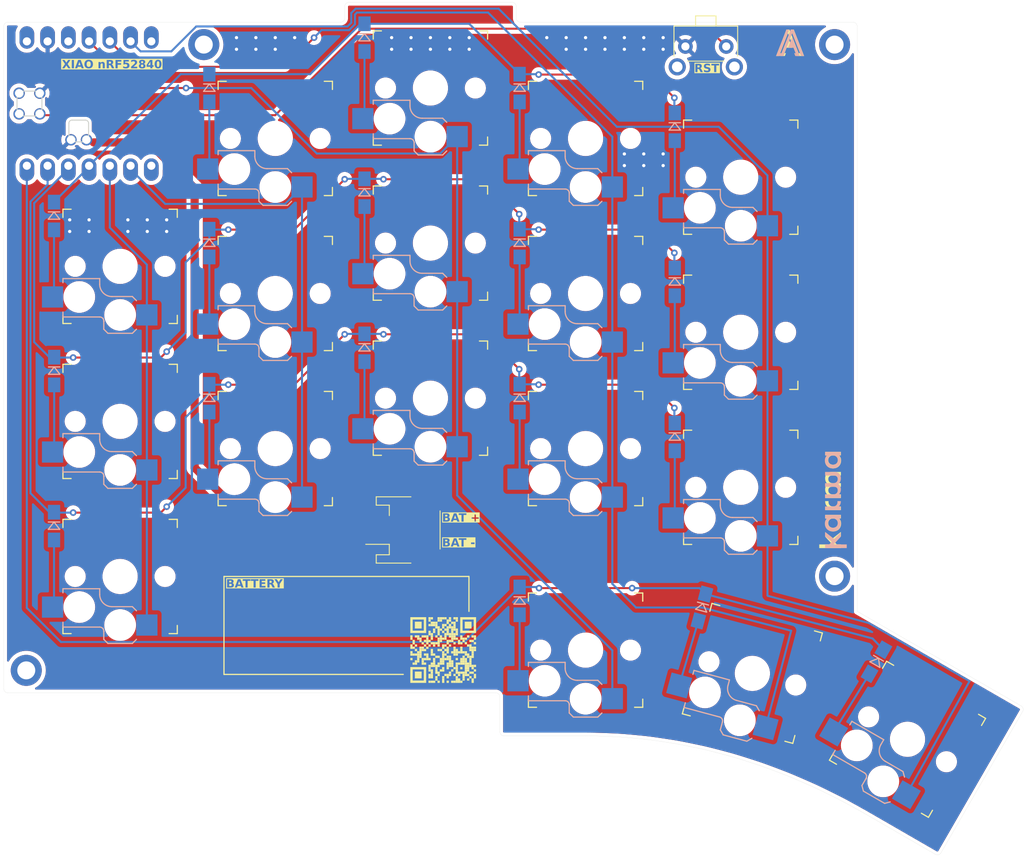
<source format=kicad_pcb>
(kicad_pcb (version 20221018) (generator pcbnew)
  (title_block (title "Karma Wireless Split Ergonomic Keyboard") (date "2024-03-06") (rev "0.32"))
  (layers (0 "F.Cu" signal) (31 "B.Cu" signal) (34 "B.Paste" user) (35 "F.Paste" user) (36 "B.SilkS" user "B.Silkscreen") (37 "F.SilkS" user "F.Silkscreen") (38 "B.Mask" user) (39 "F.Mask" user) (44 "Edge.Cuts" user))
  (net 0 "")
  (net 1 "ROW0_L")
  (net 2 "Net-(DL1-A)")
  (net 3 "Net-(DL2-A)")
  (net 4 "Net-(DL3-A)")
  (net 5 "Net-(DL4-A)")
  (net 6 "Net-(DL5-A)")
  (net 7 "ROW1_L")
  (net 8 "Net-(DL6-A)")
  (net 9 "Net-(DL7-A)")
  (net 10 "Net-(DL8-A)")
  (net 11 "Net-(DL9-A)")
  (net 12 "Net-(DL10-A)")
  (net 13 "ROW2_L")
  (net 14 "Net-(DL11-A)")
  (net 15 "Net-(DL12-A)")
  (net 16 "Net-(DL13-A)")
  (net 17 "Net-(DL14-A)")
  (net 18 "Net-(DL15-A)")
  (net 19 "ROW3_L")
  (net 20 "Net-(DL16-A)")
  (net 21 "Net-(DL17-A)")
  (net 22 "Net-(DL18-A)")
  (net 23 "VBAT_L")
  (net 24 "GND_L")
  (net 25 "RESET_L")
  (net 26 "COL0_L")
  (net 27 "COL1_L")
  (net 28 "COL2_L")
  (net 29 "COL3_L")
  (net 30 "COL4_L")
  (footprint "karmalib:Kailh_Socket_PG1350_Optional" (layer "F.Cu") (at 128.015625 54.85)
    (fp_text reference "SWL5" hide)
    (fp_text value "SW_Push_45deg")
  )
  (footprint "karmalib:Kailh_Socket_PG1350_Optional" (layer "F.Cu") (at 90.015625 81.925)
    (fp_text reference "SWL13" hide)
    (fp_text value "SW_Push_45deg")
  )
  (footprint "karmalib:Kailh_Socket_PG1350_Optional" (layer "F.Cu") (at 109.015625 69.1)
    (fp_text reference "SWL9" hide)
    (fp_text value "SW_Push_45deg")
  )
  (footprint "karmalib:Kailh_Socket_PG1350_Optional" (layer "F.Cu") (at 148.440625 123.725 -30)
    (fp_text reference "SWL18" hide)
    (fp_text value "SW_Push_45deg")
  )
  (footprint "karmalib:Kailh_Socket_PG1350_Optional" (layer "F.Cu") (at 52.015625 65.775)
    (fp_text reference "SWL1" hide)
    (fp_text value "SW_Push_45deg")
  )
  (footprint "karmalib:Kailh_Socket_PG1350_Optional" (layer "F.Cu") (at 129.440625 115.65 -15)
    (fp_text reference "SWL17" hide)
    (fp_text value "SW_Push_45deg")
  )
  (footprint "karmalib:Kailh_Socket_PG1350_Optional" (layer "F.Cu") (at 71.015625 69.1)
    (fp_text reference "SWL7" hide)
    (fp_text value "SW_Push_45deg")
  )
  (footprint "karmalib:Kailh_Socket_PG1350_Optional" (layer "F.Cu") (at 128.015625 92.85)
    (fp_text reference "SWL15" hide)
    (fp_text value "SW_Push_45deg")
  )
  (footprint "Connector_JST:JST_PH_S2B-PH-SM4-TB_1x02-1MP_P2.00mm_Horizontal" (layer "F.Cu") (at 86.690625 98.075 90)
    (fp_text reference "J1" hide)
    (fp_text value "BAT")
  )
  (footprint "karmalib:Kailh_Socket_PG1350_Optional" (layer "F.Cu") (at 109.015625 50.1)
    (fp_text reference "SWL4" hide)
    (fp_text value "SW_Push_45deg")
  )
  (footprint "karmalib:Kailh_Socket_PG1350_Optional" (layer "F.Cu") (at 109.015625 88.1)
    (fp_text reference "SWL14" hide)
    (fp_text value "SW_Push_45deg")
  )
  (footprint "karmalib:Kailh_Socket_PG1350_Optional" (layer "F.Cu") (at 90.015625 62.925)
    (fp_text reference "SWL8" hide)
    (fp_text value "SW_Push_45deg")
  )
  (footprint "karmalib:Kailh_Socket_PG1350_Optional" (layer "F.Cu") (at 128.015625 73.85)
    (fp_text reference "SWL10" hide)
    (fp_text value "SW_Push_45deg")
  )
  (footprint "karmalib:Kailh_Socket_PG1350_Optional" (layer "F.Cu") (at 52.015625 103.775)
    (fp_text reference "SWL11" hide)
    (fp_text value "SW_Push_45deg")
  )
  (footprint "karmalib:Kailh_Socket_PG1350_Optional" (layer "F.Cu") (at 90.015625 43.925)
    (fp_text reference "SWL3" hide)
    (fp_text value "SW_Push_45deg")
  )
  (footprint "karmalib:Kailh_Socket_PG1350_Optional" (layer "F.Cu") (at 52.015625 84.775)
    (fp_text reference "SWL6" hide)
    (fp_text value "SW_Push_45deg")
  )
  (footprint "karmalib:SKHLLCA010" (layer "F.Cu") (at 123.740625 40.08)
    (fp_text reference "RSW1" hide)
    (fp_text value "SW_Push")
  )
  (footprint "MountingHole:MountingHole_2.2mm_M2_DIN965_Pad" (layer "F.Cu") (at 139.512297 103.739073)
    (fp_text reference "REF**" hide)
    (fp_text value "MountingHole_2.2mm_M2_DIN965_Pad")
  )
  (footprint "karmalib:XIAO_nRF52840_SMD_Cutout" (layer "F.Cu") (at 48.215625 45.825 90)
    (fp_text reference "U1" hide)
    (fp_text value "xiao-ble" hide)
    (fp_line (start -4.699 -0.7488) (end -4.699 -1.7902) (stroke (width 0.12)) (layer "Edge.Cuts"))
    (fp_line (start -4.0132 -2.476) (end -2.413 -2.476) (stroke (width 0.12)) (layer "Edge.Cuts"))
    (fp_line (start -2.413 -0.063) (end -4.0132 -0.063) (stroke (width 0.12)) (layer "Edge.Cuts"))
    (fp_line (start -2.032 -2.095) (end -2.032 -0.444) (stroke (width 0.12)) (layer "Edge.Cuts"))
    (fp_line (start -1.524 -6.4638) (end -1.524 -8.1402) (stroke (width 0.12)) (layer "Edge.Cuts"))
    (fp_line (start -0.8382 -8.826) (end 0.8382 -8.826) (stroke (width 0.12)) (layer "Edge.Cuts"))
    (fp_line (start -0.8382 -5.778) (end 0.8382 -5.778) (stroke (width 0.12)) (layer "Edge.Cuts"))
    (fp_line (start 1.524 -6.4638) (end 1.524 -8.1402) (stroke (width 0.12)) (layer "Edge.Cuts"))
    (fp_arc (start -4.699 -0.7488) (mid -4.095391 -0.666609) (end -4.0132 -0.063) (stroke (width 0.12)) (layer "Edge.Cuts"))
    (fp_arc (start -4.0132 -2.476) (mid -4.095391 -1.872391) (end -4.699 -1.7902) (stroke (width 0.12)) (layer "Edge.Cuts"))
    (fp_arc (start -2.413 -2.476) (mid -2.143592 -2.364408) (end -2.032 -2.095) (stroke (width 0.12)) (layer "Edge.Cuts"))
    (fp_arc (start -2.032 -0.444) (mid -2.143592 -0.174592) (end -2.413 -0.063) (stroke (width 0.12)) (layer "Edge.Cuts"))
    (fp_arc (start -1.524 -6.4638) (mid -0.920391 -6.381609) (end -0.8382 -5.778) (stroke (width 0.12)) (layer "Edge.Cuts"))
    (fp_arc (start -0.8382 -8.826) (mid -0.920391 -8.222391) (end -1.524 -8.1402) (stroke (width 0.12)) (layer "Edge.Cuts"))
    (fp_arc (start 0.8382 -5.778) (mid 0.920391 -6.381609) (end 1.524 -6.4638) (stroke (width 0.12)) (layer "Edge.Cuts"))
    (fp_arc (start 1.524 -8.1402) (mid 0.920393 -8.222393) (end 0.8382 -8.826) (stroke (width 0.12)) (layer "Edge.Cuts"))
  )
  (footprint "MountingHole:MountingHole_2.2mm_M2_DIN965_Pad" (layer "F.Cu") (at 40.522298 115.278567)
    (fp_text reference "REF**" hide)
    (fp_text value "MountingHole_2.2mm_M2_DIN965_Pad" hide)
  )
  (footprint "MountingHole:MountingHole_2.2mm_M2_DIN965_Pad" (layer "F.Cu") (at 139.512298 38.603567)
    (fp_text reference "REF**" hide)
    (fp_text value "MountingHole_2.2mm_M2_DIN965_Pad" hide)
  )
  (footprint "karmalib:Kailh_Socket_PG1350_Optional" (layer "F.Cu") (at 71.015625 88.1)
    (fp_text reference "SWL12" hide)
    (fp_text value "SW_Push_45deg")
  )
  (footprint "karmalib:Kailh_Socket_PG1350_Optional" (layer "F.Cu") (at 71.015625 50.1)
    (fp_text reference "SWL2" hide)
    (fp_text value "SW_Push_45deg")
  )
  (footprint "MountingHole:MountingHole_2.2mm_M2_DIN965_Pad" (layer "F.Cu") (at 62.262298 38.603567)
    (fp_text reference "REF**" hide)
    (fp_text value "MountingHole_2.2mm_M2_DIN965_Pad" hide)
  )
  (footprint "karmalib:Kailh_Socket_PG1350_Optional" (layer "F.Cu") (at 109.015625 112.8)
    (fp_text reference "SWL16" hide)
    (fp_text value "SW_Push_45deg")
  )
  (footprint "karmalib:Diode_SOD123" (layer "B.Cu") (at 144.640625 114.225 -120)
    (fp_text reference "DL18" hide)
    (fp_text value "D_Small" hide)
  )
  (footprint "karmalib:Diode_SOD123" (layer "B.Cu") (at 81.940625 75.75 -90)
    (fp_text reference "DL13" hide)
    (fp_text value "D_Small" hide)
  )
  (footprint "karmalib:Diode_SOD123" (layer "B.Cu") (at 81.940625 37.75 -90)
    (fp_text reference "DL3" hide)
    (fp_text value "D_Small" hide)
  )
  (footprint "karmalib:Diode_SOD123" (layer "B.Cu") (at 62.940625 43.925 -90)
    (fp_text reference "DL2" hide)
    (fp_text value "D_Small" hide)
  )
  (footprint "karmalib:Diode_SOD123" (layer "B.Cu") (at 100.940625 62.925 -90)
    (fp_text reference "DL9" hide)
    (fp_text value "D_Small" hide)
  )
  (footprint "karmalib:Diode_SOD123" (layer "B.Cu") (at 119.940625 48.675 -90)
    (fp_text reference "DL5" hide)
    (fp_text value "D_Small" hide)
  )
  (footprint "karmalib:Diode_SOD123" (layer "B.Cu") (at 43.921875 97.6 -90)
    (fp_text reference "DL11" hide)
    (fp_text value "D_Small" hide)
  )
  (footprint "karmalib:Diode_SOD123" (layer "B.Cu") (at 123.265625 107.575 -105)
    (fp_text reference "DL17" hide)
    (fp_text value "D_Small" hide)
  )
  (footprint "karmalib:Diode_SOD123" (layer "B.Cu") (at 100.940625 81.925 -90)
    (fp_text reference "DL14" hide)
    (fp_text value "D_Small" hide)
  )
  (footprint "karmalib:Diode_SOD123" (layer "B.Cu") (at 43.921875 59.6 -90)
    (fp_text reference "DL1" hide)
    (fp_text value "D_Small" hide)
  )
  (footprint "karmalib:Diode_SOD123" (layer "B.Cu") (at 119.940625 86.675 -90)
    (fp_text reference "DL15" hide)
    (fp_text value "D_Small" hide)
  )
  (footprint "karmalib:Diode_SOD123" (layer "B.Cu") (at 43.940625 78.6 -90)
    (fp_text reference "DL6" hide)
    (fp_text value "D_Small" hide)
  )
  (footprint "karmalib:Diode_SOD123" (layer "B.Cu") (at 100.940625 43.925 -90)
    (fp_text reference "DL4" hide)
    (fp_text value "D_Small" hide)
  )
  (footprint "karmalib:Diode_SOD123" (layer "B.Cu") (at 62.940625 62.925 -90)
    (fp_text reference "DL7" hide)
    (fp_text value "D_Small" hide)
  )
  (footprint "karmalib:Diode_SOD123" (layer "B.Cu") (at 119.940625 67.675 -90)
    (fp_text reference "DL10" hide)
    (fp_text value "D_Small" hide)
  )
  (footprint "karmalib:Diode_SOD123" (layer "B.Cu") (at 62.940625 81.925 -90)
    (fp_text reference "DL12" hide)
    (fp_text value "D_Small" hide)
  )
  (footprint "karmalib:Diode_SOD123" (layer "B.Cu") (at 100.940625 106.765625 -90)
    (fp_text reference "DL16" hide)
    (fp_text value "D_Small" hide)
  )
  (footprint "karmalib:Diode_SOD123" (layer "B.Cu") (at 81.940625 56.75 -90)
    (fp_text reference "DL8" hide)
    (fp_text value "D_Small" hide)
  )
  (gr_poly (pts (xy 132.339779 40.0074) (xy 132.697616 40.0074) (xy 133.96538 36.756194) (xy 133.607543 36.756194)) (fill solid) (layer "B.SilkS"))
  (gr_poly (pts (xy 140.278174 89.54108) (xy 140.277419 89.518179) (xy 140.276161 89.495515) (xy 140.2744 89.473089) (xy 140.272135 89.450901) (xy 140.269368 89.42895) (xy 140.266097 89.407237) (xy 140.262323 89.385761) (xy 140.258046 89.364524) (xy 140.253266 89.343523) (xy 140.247984 89.322761) (xy 140.242198 89.302235) (xy 140.235908 89.281947) (xy 140.229116 89.261897) (xy 140.221821 89.242084) (xy 140.214024 89.222509) (xy 140.205734 89.203214) (xy 140.19697 89.18424) (xy 140.18773 89.165588) (xy 140.178016 89.147258) (xy 140.167826 89.129248) (xy 140.157161 89.111561) (xy 140.146021 89.094194) (xy 140.134406 89.077149) (xy 140.122316 89.060425) (xy 140.109751 89.044023) (xy 140.096711 89.027942) (xy 140.083196 89.012182) (xy 140.069205 88.996744) (xy 140.05474 88.981627) (xy 140.0398 88.966831) (xy 140.024384 88.952357) (xy 140.256954 88.952357) (xy 140.256954 88.505092) (xy 138.346244 88.505092) (xy 138.346244 88.930892) (xy 138.593128 88.930892) (xy 138.576398 88.94496) (xy 138.560199 88.959433) (xy 138.544531 88.974312) (xy 138.529394 88.989596) (xy 138.514788 89.005286) (xy 138.500713 89.02138) (xy 138.487169 89.03788) (xy 138.474156 89.054785) (xy 138.461674 89.072096) (xy 138.449723 89.089812) (xy 138.438303 89.107933) (xy 138.427415 89.12646) (xy 138.417058 89.145392) (xy 138.407232 89.164729) (xy 138.397937 89.184471) (xy 138.389174 89.204619) (xy 138.380942 89.225103) (xy 138.373241 89.245852) (xy 138.366071 89.266866) (xy 138.359432 89.288147) (xy 138.353325 89.309692) (xy 138.347748 89.331504) (xy 138.342703 89.353581) (xy 138.338189 89.375923) (xy 138.334205 89.398531) (xy 138.330753 89.421404) (xy 138.327832 89.444543) (xy 138.325442 89.467948) (xy 138.323583 89.491617) (xy 138.322256 89.515553) (xy 138.321459 89.539753) (xy 138.321193 89.564219) (xy 138.321669 89.598876) (xy 138.323094 89.633071) (xy 138.32547 89.666805) (xy 138.328797 89.700078) (xy 138.333074 89.732889) (xy 138.338301 89.765239) (xy 138.344479 89.797128) (xy 138.351607 89.828556) (xy 138.359685 89.859522) (xy 138.368713 89.890027) (xy 138.378692 89.920071) (xy 138.389621 89.949654) (xy 138.401501 89.978775) (xy 138.41433 90.007435) (xy 138.42811 90.035634) (xy 138.44284 90.063372) (xy 138.458441 90.090501) (xy 138.474824 90.116875) (xy 138.491989 90.142494) (xy 138.509937 90.167359) (xy 138.528667 90.191469) (xy 138.548179 90.214825) (xy 138.568475 90.237426) (xy 138.589552 90.259272) (xy 138.611413 90.280364) (xy 138.634056 90.3007) (xy 138.657482 90.320282) (xy 138.681691 90.33911) (xy 138.706684 90.357182) (xy 138.732459 90.3745) (xy 138.759017 90.391063) (xy 138.786359 90.406871) (xy 138.814367 90.42182) (xy 138.842934 90.435804) (xy 138.872061 90.448824) (xy 138.901747 90.460879) (xy 138.931992 90.47197) (xy 138.962796 90.482096) (xy 138.99416 90.491258) (xy 139.026083 90.499456) (xy 139.058565 90.506689) (xy 139.091606 90.512957) (xy 139.125207 90.518262) (xy 139.159367 90.522601) (xy 139.194086 90.525977) (xy 139.229364 90.528388) (xy 139.265202 90.529834) (xy 139.301599 90.530317) (xy 139.301599 90.079475) (xy 139.268459 90.078853) (xy 139.236131 90.076987) (xy 139.204613 90.073877) (xy 139.173906 90.069523) (xy 139.144009 90.063925) (xy 139.114923 90.057083) (xy 139.086648 90.048997) (xy 139.059183 90.039667) (xy 139.032529 90.029093) (xy 139.006686 90.017275) (xy 138.981653 90.004213) (xy 138.957432 89.989907) (xy 138.934021 89.974358) (xy 138.911421 89.957564) (xy 138.889632 89.939526) (xy 138.868654 89.920244) (xy 138.848719 89.899999) (xy 138.830071 89.879069) (xy 138.81271 89.857454) (xy 138.796635 89.835154) (xy 138.781846 89.812169) (xy 138.768343 89.788498) (xy 138.756127 89.764143) (xy 138.745197 89.739103) (xy 138.735553 89.713378) (xy 138.727195 89.686968) (xy 138.720123 89.659873) (xy 138.714337 89.632094) (xy 138.709837 89.603629) (xy 138.706623 89.574479) (xy 138.704694 89.544645) (xy 138.704051 89.514126) (xy 138.704694 89.4836) (xy 138.706623 89.453745) (xy 138.709837 89.424561) (xy 138.714337 89.396048) (xy 138.720123 89.368206) (xy 138.727195 89.341035) (xy 138.735553 89.314535) (xy 138.745197 89.288705) (xy 138.756127 89.263547) (xy 138.768343 89.239059) (xy 138.781846 89.215242) (xy 138.796635 89.192096) (xy 138.81271 89.169621) (xy 138.830071 89.147817) (xy 138.848719 89.126683) (xy 138.868654 89.106221) (xy 138.889632 89.086723) (xy 138.911421 89.068482) (xy 138.934021 89.0515) (xy 138.957432 89.035776) (xy 138.981653 89.02131) (xy 139.006686 89.008102) (xy 139.032529 88.996152) (xy 139.059183 88.98546) (xy 139.086648 88.976025) (xy 139.114923 88.967849) (xy 139.144009 88.96093) (xy 139.173906 88.95527) (xy 139.204613 88.950867) (xy 139.236131 88.947723) (xy 139.268459 88.945836) (xy 139.301599 88.945207) (xy 139.33474 88.945836) (xy 139.36707 88.947723) (xy 139.398588 88.950867) (xy 139.429296 88.95527) (xy 139.459192 88.96093) (xy 139.488277 88.967849) (xy 139.516552 88.976025) (xy 139.544016 88.98546) (xy 139.570669 88.996152) (xy 139.596512 89.008102) (xy 139.621545 89.02131) (xy 139.645767 89.035776) (xy 139.66918 89.0515) (xy 139.691782 89.068482) (xy 139.713574 89.086723) (xy 139.734557 89.106221) (xy 139.754487 89.126683) (xy 139.773131 89.147817) (xy 139.79049 89.169621) (xy 139.806563 89.192096) (xy 139.82135 89.215242) (xy 139.834851 89.239059) (xy 139.847067 89.263547) (xy 139.857997 89.288705) (xy 139.867641 89.314535) (xy 139.876 89.341035) (xy 139.883072 89.368206) (xy 139.888859 89.396048) (xy 139.893359 89.424561) (xy 139.896574 89.453745) (xy 139.898503 89.4836) (xy 139.899146 89.514126) (xy 139.898503 89.544645) (xy 139.896574 89.574479) (xy 139.893359 89.603629) (xy 139.888859 89.632094) (xy 139.883072 89.659873) (xy 139.876 89.686968) (xy 139.867641 89.713378) (xy 139.857997 89.739103) (xy 139.847067 89.764143) (xy 139.834851 89.788498) (xy 139.82135 89.812169) (xy 139.806563 89.835154) (xy 139.79049 89.857454) (xy 139.773131 89.879069) (xy 139.754487 89.899999) (xy 139.734557 89.920244) (xy 139.713574 89.939526) (xy 139.691782 89.957564) (xy 139.66918 89.974358) (xy 139.645767 89.989907) (xy 139.621545 90.004213) (xy 139.596512 90.017275) (xy 139.570669 90.029093) (xy 139.544016 90.039667) (xy 139.516552 90.048997) (xy 139.488277 90.057083) (xy 139.459192 90.063925) (xy 139.429296 90.069523) (xy 139.398588 90.073877) (xy 139.36707 90.076987) (xy 139.33474 90.078853) (xy 139.301599 90.079475) (xy 139.301599 90.530317) (xy 139.337988 90.529834) (xy 139.373805 90.528388) (xy 139.409048 90.525977) (xy 139.443717 90.522601) (xy 139.477814 90.518262) (xy 139.511337 90.512957) (xy 139.544287 90.506689) (xy 139.576664 90.499456) (xy 139.608468 90.491258) (xy 139.639699 90.482096) (xy 139.670357 90.47197) (xy 139.700442 90.460879) (xy 139.729955 90.448824) (xy 139.758894 90.435804) (xy 139.787261 90.42182) (xy 139.815056 90.406871) (xy 139.842177 90.391063) (xy 139.86853 90.3745) (xy 139.894114 90.357182) (xy 139.91893 90.33911) (xy 139.942977 90.320282) (xy 139.966256 90.3007) (xy 139.988766 90.280364) (xy 140.010507 90.259272) (xy 140.03148 90.237426) (xy 140.051684 90.214825) (xy 140.07112 90.191469) (xy 140.089786 90.167359) (xy 140.107684 90.142494) (xy 140.124814 90.116875) (xy 140.141174 90.090501) (xy 140.156766 90.063372) (xy 140.171498 90.035634) (xy 140.18528 90.007435) (xy 140.198111 89.978775) (xy 140.209992 89.949654) (xy 140.220922 89.920071) (xy 140.230902 89.890027) (xy 140.239932 89.859522) (xy 140.24801 89.828556) (xy 140.255139 89.797128) (xy 140.261317 89.765239) (xy 140.266545 89.732889) (xy 140.270822 89.700078) (xy 140.274148 89.666805) (xy 140.276524 89.633071) (xy 140.27795 89.598876) (xy 140.278425 89.564219)) (fill solid) (layer "B.SilkS"))
  (gr_poly (pts (xy 140.277608 91.702293) (xy 140.275155 91.658881) (xy 140.271066 91.616642) (xy 140.265342 91.575578) (xy 140.257983 91.535687) (xy 140.248989 91.496971) (xy 140.23836 91.459429) (xy 140.226095 91.42306) (xy 140.212195 91.387866) (xy 140.19666 91.353846) (xy 140.179489 91.320999) (xy 140.160684 91.289327) (xy 140.140243 91.258829) (xy 140.118167 91.229505) (xy 140.094456 91.201355) (xy 140.06911 91.174379) (xy 140.042126 91.148816) (xy 140.013507 91.124901) (xy 139.983253 91.102636) (xy 139.951363 91.082019) (xy 139.917838 91.063052) (xy 139.882678 91.045735) (xy 139.845883 91.030066) (xy 139.807453 91.016047) (xy 139.767387 91.003677) (xy 139.725687 90.992956) (xy 139.682352 90.983885) (xy 139.637381 90.976463) (xy 139.590776 90.97069) (xy 139.542536 90.966567) (xy 139.492661 90.964093) (xy 139.441151 90.963268) (xy 138.346244 90.963268) (xy 138.346244 91.410534) (xy 139.383893 91.410534) (xy 139.41472 91.410968) (xy 139.444582 91.412268) (xy 139.47348 91.414434) (xy 139.501413 91.417468) (xy 139.528381 91.421367) (xy 139.554386 91.426134) (xy 139.579425 91.431767) (xy 139.6035 91.438267) (xy 139.626611 91.445633) (xy 139.648757 91.453866) (xy 139.669939 91.462965) (xy 139.690156 91.472931) (xy 139.709408 91.483764) (xy 139.727695 91.495463) (xy 139.745018 91.508028) (xy 139.761377 91.52146) (xy 139.776759 91.535703) (xy 139.791149 91.5507) (xy 139.804547 91.566452) (xy 139.816952 91.582958) (xy 139.828365 91.60022) (xy 139.838786 91.618236) (xy 139.848214 91.637007) (xy 139.85665 91.656532) (xy 139.864094 91.676813) (xy 139.870545 91.697848) (xy 139.876004 91.719638) (xy 139.88047 91.742183) (xy 139.883944 91.765483) (xy 139.886425 91.789537) (xy 139.887914 91.814347) (xy 139.88841 91.839911) (xy 139.88783 91.867739) (xy 139.88609 91.894869) (xy 139.88319 91.921299) (xy 139.87913 91.947031) (xy 139.87391 91.972065) (xy 139.86753 91.996399) (xy 139.85999 92.020034) (xy 139.851291 92.042971) (xy 139.841431 92.065209) (xy 139.830411 92.086748) (xy 139.818231 92.107587) (xy 139.804891 92.127728) (xy 139.790391 92.14717) (xy 139.774731 92.165914) (xy 139.757911 92.183958) (xy 139.739931 92.201303) (xy 139.72087 92.217768) (xy 139.700818 92.233171) (xy 139.679773 92.247511) (xy 139.657736 92.260789) (xy 139.634708 92.273005) (xy 139.610687 92.284159) (xy 139.585674 92.29425) (xy 139.559669 92.303279) (xy 139.532672 92.311246) (xy 139.504683 92.31815) (xy 139.475702 92.323992) (xy 139.445728 92.328772) (xy 139.414763 92.33249) (xy 139.382805 92.335146) (xy 139.349855 92.336739) (xy 139.315913 92.33727) (xy 138.346244 92.33727) (xy 138.346244 92.784536) (xy 139.383893 92.784536) (xy 139.41472 92.784969) (xy 139.444582 92.786269) (xy 139.47348 92.788436) (xy 139.501413 92.791469) (xy 139.528381 92.795369) (xy 139.554386 92.800135) (xy 139.579425 92.805769) (xy 139.6035 92.812268) (xy 139.626611 92.819635) (xy 139.648757 92.827868) (xy 139.669939 92.836967) (xy 139.690156 92.846933) (xy 139.709408 92.857766) (xy 139.727695 92.869465) (xy 139.745018 92.88203) (xy 139.761377 92.895463) (xy 139.776759 92.909704) (xy 139.791149 92.924701) (xy 139.804547 92.940452) (xy 139.816952 92.956959) (xy 139.828365 92.97422) (xy 139.838786 92.992236) (xy 139.848214 93.011007) (xy 139.85665 93.030533) (xy 139.864094 93.050814) (xy 139.870545 93.071849) (xy 139.876004 93.093639) (xy 139.88047 93.116184) (xy 139.883944 93.139484) (xy 139.886425 93.163539) (xy 139.887914 93.188348) (xy 139.88841 93.213912) (xy 139.887837 93.242166) (xy 139.886118 93.26968) (xy 139.883253 93.296453) (xy 139.879242 93.322485) (xy 139.874085 93.347777) (xy 139.867781 93.372328) (xy 139.860332 93.396138) (xy 139.851736 93.419207) (xy 139.841995 93.441536) (xy 139.831107 93.463123) (xy 139.819073 93.48397) (xy 139.805894 93.504077) (xy 139.791568 93.523442) (xy 139.776096 93.542067) (xy 139.759478 93.559951) (xy 139.741714 93.577094) (xy 139.722857 93.593343) (xy 139.702967 93.608543) (xy 139.682042 93.622695) (xy 139.660083 93.635798) (xy 139.637091 93.647853) (xy 139.613064 93.65886) (xy 139.588003 93.668819) (xy 139.561907 93.677729) (xy 139.534778 93.685591) (xy 139.506614 93.692404) (xy 139.477416 93.698169) (xy 139.447184 93.702886) (xy 139.415918 93.706555) (xy 139.383617 93.709176) (xy 139.350282 93.710748) (xy 139.315913 93.711272) (xy 138.346244 93.711272) (xy 138.346244 94.158538) (xy 140.256954 94.158538) (xy 140.256954 93.732744) (xy 140.013648 93.732744) (xy 140.029512 93.719115) (xy 140.0449 93.705068) (xy 140.059813 93.690602) (xy 140.074251 93.675716) (xy 140.088213 93.660411) (xy 140.1017 93.644686) (xy 140.114712 93.628543) (xy 140.127249 93.61198) (xy 140.139311 93.594997) (xy 140.150898 93.577596) (xy 140.16201 93.559775) (xy 140.172646 93.541535) (xy 140.182808 93.522876) (xy 140.192495 93.503797) (xy 140.201708 93.484299) (xy 140.210445 93.464381) (xy 140.218677 93.444114) (xy 140.226378 93.423568) (xy 140.233548 93.402742) (xy 140.240186 93.381637) (xy 140.246294 93.360252) (xy 140.25187 93.338588) (xy 140.256916 93.316644) (xy 140.26143 93.29442) (xy 140.265413 93.271918) (xy 140.268866 93.249135) (xy 140.271787 93.226073) (xy 140.274177 93.202732) (xy 140.276035 93.179111) (xy 140.277363 93.155211) (xy 140.27816 93.13103) (xy 140.278425 93.106571) (xy 140.278111 93.079924) (xy 140.277168 93.053654) (xy 140.275596 93.027761) (xy 140.273396 93.002246) (xy 140.270566 92.977108) (xy 140.267108 92.952347) (xy 140.26302 92.927964) (xy 140.258304 92.903958) (xy 140.252958 92.88033) (xy 140.246983 92.857079) (xy 140.240378 92.834205) (xy 140.233145 92.811709) (xy 140.225281 92.78959) (xy 140.216788 92.767849) (xy 140.207666 92.746485) (xy 140.197913 92.725499) (xy 140.18755 92.704974) (xy 140.176586 92.684994) (xy 140.16502 92.665559) (xy 140.152854 92.646669) (xy 140.140086 92.628324) (xy 140.126716 92.610524) (xy 140.112746 92.59327) (xy 140.098175 92.57656) (xy 140.083002 92.560395) (xy 140.067229 92.544776) (xy 140.050854 92.529701) (xy 140.033879 92.515172) (xy 140.016303 92.501188) (xy 139.998126 92.487748) (xy 139.979348 92.474854) (xy 139.959969 92.462505) (xy 139.978496 92.44748) (xy 139.996506 92.431924) (xy 140.013999 92.415837) (xy 140.030975 92.399218) (xy 140.047434 92.382069) (xy 140.063376 92.364388) (xy 140.0788 92.346176) (xy 140.093708 92.327433) (xy 140.108098 92.308159) (xy 140.121972 92.288353) (xy 140.135328 92.268017) (xy 140.148166 92.247149) (xy 140.160488 92.22575) (xy 140.172292 92.20382) (xy 140.183578 92.181359) (xy 140.194348 92.158366) (xy 140.20453 92.134955) (xy 140.214055 92.111236) (xy 140.222923 92.08721) (xy 140.231133 92.062876) (xy 140.238687 92.038234) (xy 140.245584 92.013285) (xy 140.251824 91.988028) (xy 140.257408 91.962464) (xy 140.262334 91.936592) (xy 140.266603 91.910413) (xy 140.270215 91.883926) (xy 140.273171 91.857132) (xy 140.27547 91.83003) (xy 140.277112 91.802621) (xy 140.278097 91.774904) (xy 140.278425 91.74688)) (fill solid) (layer "B.SilkS"))
  (gr_poly (pts (xy 132.873179 40.0074) (xy 133.231016 40.0074) (xy 134.49878 36.756194) (xy 134.140943 36.756194)) (fill solid) (layer "B.SilkS"))
  (gr_poly (pts (xy 133.802755 38.991398) (xy 134.481366 38.991398) (xy 134.879777 40.007398) (xy 135.235377 40.007398) (xy 134.324171 37.670599)) (fill solid) (layer "B.SilkS"))
  (gr_poly (pts (xy 140.278174 97.266264) (xy 140.277419 97.243362) (xy 140.276161 97.220698) (xy 140.2744 97.198272) (xy 140.272135 97.176083) (xy 140.269368 97.154132) (xy 140.266097 97.132419) (xy 140.262323 97.110943) (xy 140.258046 97.089705) (xy 140.253266 97.068704) (xy 140.247984 97.047942) (xy 140.242198 97.027416) (xy 140.235908 97.007129) (xy 140.229116 96.987079) (xy 140.221821 96.967267) (xy 140.214024 96.947693) (xy 140.205734 96.928397) (xy 140.19697 96.909423) (xy 140.18773 96.89077) (xy 140.178016 96.872439) (xy 140.167826 96.85443) (xy 140.157161 96.836741) (xy 140.146021 96.819374) (xy 140.134406 96.802329) (xy 140.122316 96.785605) (xy 140.109751 96.769203) (xy 140.096711 96.753122) (xy 140.083196 96.737363) (xy 140.069205 96.721925) (xy 140.05474 96.706809) (xy 140.0398 96.692014) (xy 140.024384 96.677541) (xy 140.256954 96.677541) (xy 140.256954 96.230275) (xy 138.346244 96.230275) (xy 138.346244 96.656076) (xy 138.593128 96.656076) (xy 138.576398 96.670144) (xy 138.560199 96.684617) (xy 138.544531 96.699496) (xy 138.529394 96.71478) (xy 138.514788 96.730469) (xy 138.500713 96.746564) (xy 138.487169 96.763064) (xy 138.474156 96.779969) (xy 138.461674 96.79728) (xy 138.449723 96.814995) (xy 138.438303 96.833117) (xy 138.427415 96.851643) (xy 138.417058 96.870575) (xy 138.407232 96.889912) (xy 138.397937 96.909655) (xy 138.389174 96.929803) (xy 138.380942 96.950286) (xy 138.373241 96.971035) (xy 138.366071 96.992049) (xy 138.359432 97.013329) (xy 138.353325 97.034875) (xy 138.347748 97.056686) (xy 138.342703 97.078762) (xy 138.338189 97.101104) (xy 138.334205 97.123712) (xy 138.330753 97.146585) (xy 138.327832 97.169724) (xy 138.325442 97.193128) (xy 138.323583 97.216798) (xy 138.322256 97.240734) (xy 138.321459 97.264936) (xy 138.321193 97.289403) (xy 138.321669 97.324059) (xy 138.323094 97.358254) (xy 138.32547 97.391988) (xy 138.328797 97.425261) (xy 138.333074 97.458072) (xy 138.338301 97.490422) (xy 138.344479 97.522311) (xy 138.351607 97.553738) (xy 138.359685 97.584704) (xy 138.368713 97.615209) (xy 138.378692 97.645253) (xy 138.389621 97.674835) (xy 138.401501 97.703956) (xy 138.41433 97.732616) (xy 138.42811 97.760815) (xy 138.44284 97.788552) (xy 138.458441 97.815681) (xy 138.474824 97.842056) (xy 138.491989 97.867676) (xy 138.509937 97.892541) (xy 138.528667 97.916652) (xy 138.548179 97.940008) (xy 138.568475 97.962609) (xy 138.589552 97.984455) (xy 138.611413 98.005547) (xy 138.634056 98.025884) (xy 138.657482 98.045466) (xy 138.681691 98.064293) (xy 138.706684 98.082366) (xy 138.732459 98.099684) (xy 138.759017 98.116247) (xy 138.786359 98.132055) (xy 138.814367 98.147003) (xy 138.842934 98.160987) (xy 138.872061 98.174006) (xy 138.901747 98.186061) (xy 138.931992 98.197152) (xy 138.962796 98.207278) (xy 138.99416 98.216441) (xy 139.026083 98.224638) (xy 139.058565 98.231871) (xy 139.091606 98.23814) (xy 139.125207 98.243445) (xy 139.159367 98.247785) (xy 139.194086 98.25116) (xy 139.229364 98.253571) (xy 139.265202 98.255018) (xy 139.301599 98.2555) (xy 139.301599 97.804652) (xy 139.268459 97.804031) (xy 139.236131 97.802165) (xy 139.204613 97.799055) (xy 139.173906 97.794701) (xy 139.144009 97.789103) (xy 139.114923 97.782261) (xy 139.086648 97.774176) (xy 139.059183 97.764846) (xy 139.032529 97.754273) (xy 139.006686 97.742455) (xy 138.981653 97.729394) (xy 138.957432 97.715089) (xy 138.934021 97.699539) (xy 138.911421 97.682746) (xy 138.889632 97.664709) (xy 138.868654 97.645428) (xy 138.848719 97.625182) (xy 138.830071 97.604251) (xy 138.81271 97.582635) (xy 138.796635 97.560335) (xy 138.781846 97.537349) (xy 138.768343 97.513679) (xy 138.756127 97.489324) (xy 138.745197 97.464284) (xy 138.735553 97.43856) (xy 138.727195 97.41215) (xy 138.720123 97.385056) (xy 138.714337 97.357276) (xy 138.709837 97.328812) (xy 138.706623 97.299663) (xy 138.704694 97.269828) (xy 138.704051 97.239309) (xy 138.704694 97.208783) (xy 138.706623 97.178928) (xy 138.709837 97.149744) (xy 138.714337 97.12123) (xy 138.720123 97.093388) (xy 138.727195 97.066217) (xy 138.735553 97.039717) (xy 138.745197 97.013888) (xy 138.756127 96.988729) (xy 138.768343 96.964242) (xy 138.781846 96.940425) (xy 138.796635 96.917279) (xy 138.81271 96.894805) (xy 138.830071 96.873) (xy 138.848719 96.851867) (xy 138.868654 96.831405) (xy 138.889632 96.811906) (xy 138.911421 96.793666) (xy 138.934021 96.776683) (xy 138.957432 96.760959) (xy 138.981653 96.746492) (xy 139.006686 96.733283) (xy 139.032529 96.721333) (xy 139.059183 96.71064) (xy 139.086648 96.701205) (xy 139.114923 96.693028) (xy 139.144009 96.686109) (xy 139.173906 96.680448) (xy 139.204613 96.676045) (xy 139.236131 96.6729) (xy 139.268459 96.671013) (xy 139.301599 96.670384) (xy 139.33474 96.671013) (xy 139.36707 96.6729) (xy 139.398588 96.676045) (xy 139.429296 96.680448) (xy 139.459192 96.686109) (xy 139.488277 96.693028) (xy 139.516552 96.701205) (xy 139.544016 96.71064) (xy 139.570669 96.721333) (xy 139.596512 96.733283) (xy 139.621545 96.746492) (xy 139.645767 96.760959) (xy 139.66918 96.776683) (xy 139.691782 96.793666) (xy 139.713574 96.811906) (xy 139.734557 96.831405) (xy 139.754487 96.851867) (xy 139.773131 96.873) (xy 139.79049 96.894805) (xy 139.806563 96.917279) (xy 139.82135 96.940425) (xy 139.834851 96.964242) (xy 139.847067 96.988729) (xy 139.857997 97.013888) (xy 139.867641 97.039717) (xy 139.876 97.066217) (xy 139.883072 97.093388) (xy 139.888859 97.12123) (xy 139.893359 97.149744) (xy 139.896574 97.178928) (xy 139.898503 97.208783) (xy 139.899146 97.239309) (xy 139.898503 97.269828) (xy 139.896574 97.299663) (xy 139.893359 97.328812) (xy 139.888859 97.357276) (xy 139.883072 97.385056) (xy 139.876 97.41215) (xy 139.867641 97.43856) (xy 139.857997 97.464284) (xy 139.847067 97.489324) (xy 139.834851 97.513679) (xy 139.82135 97.537349) (xy 139.806563 97.560335) (xy 139.79049 97.582635) (xy 139.773131 97.604251) (xy 139.754487 97.625182) (xy 139.734557 97.645428) (xy 139.713574 97.664709) (xy 139.691782 97.682746) (xy 139.66918 97.699539) (xy 139.645767 97.715089) (xy 139.621545 97.729394) (xy 139.596512 97.742455) (xy 139.570669 97.754273) (xy 139.544016 97.764846) (xy 139.516552 97.774176) (xy 139.488277 97.782261) (xy 139.459192 97.789103) (xy 139.429296 97.794701) (xy 139.398588 97.799055) (xy 139.36707 97.802165) (xy 139.33474 97.804031) (xy 139.301599 97.804652) (xy 139.301599 98.2555) (xy 139.337988 98.255018) (xy 139.373805 98.253571) (xy 139.409048 98.25116) (xy 139.443717 98.247785) (xy 139.477814 98.243445) (xy 139.511337 98.23814) (xy 139.544287 98.231871) (xy 139.576664 98.224638) (xy 139.608468 98.216441) (xy 139.639699 98.207278) (xy 139.670357 98.197152) (xy 139.700442 98.186061) (xy 139.729955 98.174006) (xy 139.758894 98.160987) (xy 139.787261 98.147003) (xy 139.815056 98.132055) (xy 139.842177 98.116247) (xy 139.86853 98.099684) (xy 139.894114 98.082366) (xy 139.91893 98.064293) (xy 139.942977 98.045466) (xy 139.966256 98.025884) (xy 139.988766 98.005547) (xy 140.010507 97.984455) (xy 140.03148 97.962609) (xy 140.051684 97.940008) (xy 140.07112 97.916652) (xy 140.089786 97.892541) (xy 140.107684 97.867676) (xy 140.124814 97.842056) (xy 140.141174 97.815681) (xy 140.156766 97.788552) (xy 140.171498 97.760815) (xy 140.18528 97.732616) (xy 140.198111 97.703956) (xy 140.209992 97.674835) (xy 140.220922 97.645253) (xy 140.230902 97.615209) (xy 140.239932 97.584704) (xy 140.24801 97.553738) (xy 140.255139 97.522311) (xy 140.261317 97.490422) (xy 140.266545 97.458072) (xy 140.270822 97.425261) (xy 140.274148 97.391988) (xy 140.276524 97.358254) (xy 140.27795 97.324059) (xy 140.278425 97.289403)) (fill solid) (layer "B.SilkS"))
  (gr_poly (pts (xy 135.41094 40.0074) (xy 135.768777 40.0074) (xy 134.501012 36.756194) (xy 134.143176 36.756194)) (fill solid) (layer "B.SilkS"))
  (gr_poly (pts (xy 134.562272 39.649311) (xy 134.701904 40.007411) (xy 134.879778 40.007411) (xy 134.740125 39.64927)) (fill solid) (layer "B.SilkS"))
  (gr_poly (pts (xy 139.852637 94.537824) (xy 139.85515 94.551967) (xy 139.857329 94.565776) (xy 139.859174 94.579249) (xy 139.860684 94.592388) (xy 139.86186 94.605191) (xy 139.8627 94.617658) (xy 139.863205 94.62979) (xy 139.863373 94.641587) (xy 139.862779 94.67379) (xy 139.860996 94.705098) (xy 139.858025 94.735512) (xy 139.853866 94.765032) (xy 139.848519 94.793657) (xy 139.841984 94.821387) (xy 139.83426 94.848224) (xy 139.825349 94.874165) (xy 139.81525 94.899213) (xy 139.803963 94.923365) (xy 139.791488 94.946623) (xy 139.777826 94.968987) (xy 139.762976 94.990456) (xy 139.746939 95.01103) (xy 139.729714 95.03071) (xy 139.711302 95.049495) (xy 139.691768 95.067259) (xy 139.671185 95.083878) (xy 139.649555 95.09935) (xy 139.626876 95.113676) (xy 139.60315 95.126856) (xy 139.578375 95.13889) (xy 139.552552 95.149778) (xy 139.525681 95.15952) (xy 139.497761 95.168115) (xy 139.468793 95.175565) (xy 139.438777 95.181868) (xy 139.407713 95.187026) (xy 139.3756 95.191037) (xy 139.342438 95.193902) (xy 139.308228 95.195621) (xy 139.27297 95.196194) (xy 138.346244 95.196194) (xy 138.346244 95.643464) (xy 140.256954 95.643464) (xy 140.256954 95.217666) (xy 139.977862 95.217666) (xy 139.996354 95.205303) (xy 140.014259 95.192367) (xy 140.031576 95.178859) (xy 140.048307 95.164777) (xy 140.06445 95.150122) (xy 140.080007 95.134894) (xy 140.094976 95.119092) (xy 140.109359 95.102718) (xy 140.123154 95.085771) (xy 140.136362 95.068251) (xy 140.148984 95.050158) (xy 140.161018 95.031491) (xy 140.172465 95.012252) (xy 140.183325 94.992439) (xy 140.193598 94.972054) (xy 140.203285 94.951095) (xy 140.212384 94.929564) (xy 140.220896 94.907459) (xy 140.228821 94.884781) (xy 140.236159 94.861531) (xy 140.24291 94.837707) (xy 140.249073 94.81331) (xy 140.25964 94.762797) (xy 140.267859 94.709992) (xy 140.273729 94.654895) (xy 140.277251 94.597505) (xy 140.278425 94.537824)) (fill solid) (layer "B.SilkS"))
  (gr_poly (pts (xy 139.398221 99.847767) (xy 140.256954 98.921031) (xy 140.256954 98.38431) (xy 139.455452 99.182236) (xy 138.346244 98.309169) (xy 138.346244 98.853048) (xy 139.165625 99.515) (xy 138.850761 99.847767) (xy 138.346244 99.847767) (xy 138.346244 100.295033) (xy 141.001211 100.295033) (xy 141.001211 99.847767)) (fill solid) (layer "B.SilkS"))
  (gr_poly (pts (xy 132.695393 40.007411) (xy 132.873266 40.007411) (xy 133.012899 39.649311) (xy 132.835046 39.64927)) (fill solid) (layer "B.SilkS"))
  (gr_poly (pts (xy 91.162813 114.870001) (xy 90.885001 114.870001) (xy 90.885001 114.592188) (xy 91.162813 114.592188)) (fill solid) (layer "F.SilkS"))
  (gr_poly (pts (xy 90.329376 115.425626) (xy 90.051563 115.425626) (xy 90.051563 115.147813) (xy 90.329376 115.147813)) (fill solid) (layer "F.SilkS"))
  (gr_poly (pts (xy 92.274063 110.147188) (xy 91.996251 110.147188) (xy 91.996251 109.869376) (xy 92.274063 109.869376)) (fill solid) (layer "F.SilkS"))
  (gr_poly (pts (xy 87.829063 112.647501) (xy 87.551251 112.647501) (xy 87.551251 112.369688) (xy 87.829063 112.369688)) (fill solid) (layer "F.SilkS"))
  (gr_poly (pts (xy 94.496563 115.981251) (xy 94.218751 115.981251) (xy 94.218751 115.703438) (xy 94.496563 115.703438)) (fill solid) (layer "F.SilkS"))
  (gr_poly (pts (xy 92.829688 109.591563) (xy 92.551876 109.591563) (xy 92.551876 109.313751) (xy 92.829688 109.313751)) (fill solid) (layer "F.SilkS"))
  (gr_poly (pts (xy 89.773751 113.480938) (xy 89.495938 113.480938) (xy 89.495938 113.203126) (xy 89.773751 113.203126)) (fill solid) (layer "F.SilkS"))
  (gr_poly (pts (xy 90.885001 114.870001) (xy 90.607188 114.870001) (xy 90.607188 114.592188) (xy 90.885001 114.592188)) (fill solid) (layer "F.SilkS"))
  (gr_poly (pts (xy 89.773751 111.536251) (xy 89.495938 111.536251) (xy 89.495938 111.258438) (xy 89.773751 111.258438)) (fill solid) (layer "F.SilkS"))
  (gr_poly (pts (xy 91.162813 111.814063) (xy 90.885001 111.814063) (xy 90.885001 111.536251) (xy 91.162813 111.536251)) (fill solid) (layer "F.SilkS"))
  (gr_poly (pts (xy 90.051563 110.980626) (xy 89.773751 110.980626) (xy 89.773751 110.702813) (xy 90.051563 110.702813)) (fill solid) (layer "F.SilkS"))
  (gr_poly (pts (xy 91.162813 110.702813) (xy 90.885001 110.702813) (xy 90.885001 110.425001) (xy 91.162813 110.425001)) (fill solid) (layer "F.SilkS"))
  (gr_poly (pts (xy 93.385313 111.536251) (xy 93.107501 111.536251) (xy 93.107501 111.258438) (xy 93.385313 111.258438)) (fill solid) (layer "F.SilkS"))
  (gr_poly (pts (xy 90.885001 115.703438) (xy 90.607188 115.703438) (xy 90.607188 115.425626) (xy 90.885001 115.425626)) (fill solid) (layer "F.SilkS"))
  (gr_poly (pts (xy 92.829688 110.980626) (xy 92.551876 110.980626) (xy 92.551876 110.702813) (xy 92.829688 110.702813)) (fill solid) (layer "F.SilkS"))
  (gr_poly (pts (xy 94.774376 115.981251) (xy 94.496563 115.981251) (xy 94.496563 115.703438) (xy 94.774376 115.703438)) (fill solid) (layer "F.SilkS"))
  (gr_poly (pts (xy 89.495938 116.814688) (xy 87.551251 116.814688) (xy 87.551251 115.161704) (xy 87.842954 115.161704) (xy 87.842954 116.522985) (xy 89.204235 116.522985) (xy 89.204235 115.161704) (xy 87.842954 115.161704) (xy 87.551251 115.161704) (xy 87.551251 114.870001) (xy 89.495938 114.870001)) (fill solid) (layer "F.SilkS"))
  (gr_poly (pts (xy 92.829688 114.870001) (xy 92.551876 114.870001) (xy 92.551876 114.592188) (xy 92.829688 114.592188)) (fill solid) (layer "F.SilkS"))
  (gr_poly (pts (xy 90.885001 116.536876) (xy 90.607188 116.536876) (xy 90.607188 116.259063) (xy 90.885001 116.259063)) (fill solid) (layer "F.SilkS"))
  (gr_poly (pts (xy 91.440626 114.314376) (xy 91.162813 114.314376) (xy 91.162813 114.036563) (xy 91.440626 114.036563)) (fill solid) (layer "F.SilkS"))
  (gr_poly (pts (xy 91.440626 111.814063) (xy 91.162813 111.814063) (xy 91.162813 111.536251) (xy 91.440626 111.536251)) (fill solid) (layer "F.SilkS"))
  (gr_poly (pts (xy 91.718439 114.592188) (xy 91.440626 114.592188) (xy 91.440626 114.314376) (xy 91.718439 114.314376)) (fill solid) (layer "F.SilkS"))
  (gr_poly (pts (xy 88.940313 111.814063) (xy 88.662501 111.814063) (xy 88.662501 111.536251) (xy 88.940313 111.536251)) (fill solid) (layer "F.SilkS"))
  (gr_poly (pts (xy 90.329376 113.203126) (xy 90.051563 113.203126) (xy 90.051563 112.925314) (xy 90.329376 112.925314)) (fill solid) (layer "F.SilkS"))
  (gr_poly (pts (xy 94.496563 114.036563) (xy 94.218751 114.036563) (xy 94.218751 113.758751) (xy 94.496563 113.758751)) (fill solid) (layer "F.SilkS"))
  (gr_poly (pts (xy 91.162813 110.980626) (xy 90.885001 110.980626) (xy 90.885001 110.702813) (xy 91.162813 110.702813)) (fill solid) (layer "F.SilkS"))
  (gr_poly (pts (xy 93.107501 115.981251) (xy 92.829688 115.981251) (xy 92.829688 115.703438) (xy 93.107501 115.703438)) (fill solid) (layer "F.SilkS"))
  (gr_poly (pts (xy 90.329376 111.258438) (xy 90.051563 111.258438) (xy 90.051563 110.980626) (xy 90.329376 110.980626)) (fill solid) (layer "F.SilkS"))
  (gr_poly (pts (xy 90.885001 110.147188) (xy 90.607188 110.147188) (xy 90.607188 109.869376) (xy 90.885001 109.869376)) (fill solid) (layer "F.SilkS"))
  (gr_poly (pts (xy 91.440626 109.313751) (xy 91.162813 109.313751) (xy 91.162813 109.035938) (xy 91.440626 109.035938)) (fill solid) (layer "F.SilkS"))
  (gr_poly (pts (xy 90.051563 115.425626) (xy 89.773751 115.425626) (xy 89.773751 115.147813) (xy 90.051563 115.147813)) (fill solid) (layer "F.SilkS"))
  (gr_poly (pts (xy 88.384688 111.258438) (xy 88.106876 111.258438) (xy 88.106876 110.980626) (xy 88.384688 110.980626)) (fill solid) (layer "F.SilkS"))
  (gr_poly (pts (xy 93.385313 110.702813) (xy 93.107501 110.702813) (xy 93.107501 110.425001) (xy 93.385313 110.425001)) (fill solid) (layer "F.SilkS"))
  (gr_poly (pts (xy 88.662501 113.758751) (xy 88.384688 113.758751) (xy 88.384688 113.480938) (xy 88.662501 113.480938)) (fill solid) (layer "F.SilkS"))
  (gr_poly (pts (xy 93.107501 113.203126) (xy 92.829688 113.203126) (xy 92.829688 112.925314) (xy 93.107501 112.925314)) (fill solid) (layer "F.SilkS"))
  (gr_poly (pts (xy 90.051563 115.147813) (xy 89.773751 115.147813) (xy 89.773751 114.870001) (xy 90.051563 114.870001)) (fill solid) (layer "F.SilkS"))
  (gr_poly (pts (xy 94.774376 112.369688) (xy 94.496563 112.369688) (xy 94.496563 112.091876) (xy 94.774376 112.091876)) (fill solid) (layer "F.SilkS"))
  (gr_poly (pts (xy 95.052188 111.814063) (xy 94.774376 111.814063) (xy 94.774376 111.536251) (xy 95.052188 111.536251)) (fill solid) (layer "F.SilkS"))
  (gr_poly (pts (xy 91.996251 114.036563) (xy 91.718439 114.036563) (xy 91.718439 113.758751) (xy 91.996251 113.758751)) (fill solid) (layer "F.SilkS"))
  (gr_poly (pts (xy 90.607188 110.425001) (xy 90.329376 110.425001) (xy 90.329376 110.147188) (xy 90.607188 110.147188)) (fill solid) (layer "F.SilkS"))
  (gr_poly (pts (xy 91.718439 110.147188) (xy 91.440626 110.147188) (xy 91.440626 109.869376) (xy 91.718439 109.869376)) (fill solid) (layer "F.SilkS"))
  (gr_poly (pts (xy 91.440626 115.425626) (xy 91.162813 115.425626) (xy 91.162813 115.147813) (xy 91.440626 115.147813)) (fill solid) (layer "F.SilkS"))
  (gr_poly (pts (xy 88.106876 113.480938) (xy 87.829063 113.480938) (xy 87.829063 113.203126) (xy 88.106876 113.203126)) (fill solid) (layer "F.SilkS"))
  (gr_poly (pts (xy 93.107501 111.536251) (xy 92.829688 111.536251) (xy 92.829688 111.258438) (xy 93.107501 111.258438)) (fill solid) (layer "F.SilkS"))
  (gr_poly (pts (xy 93.940938 112.091876) (xy 93.663126 112.091876) (xy 93.663126 111.814063) (xy 93.940938 111.814063)) (fill solid) (layer "F.SilkS"))
  (gr_poly (pts (xy 93.107501 109.591563) (xy 92.829688 109.591563) (xy 92.829688 109.313751) (xy 93.107501 109.313751)) (fill solid) (layer "F.SilkS"))
  (gr_poly (pts (xy 95.330001 114.870001) (xy 95.052188 114.870001) (xy 95.052188 114.592188) (xy 95.330001 114.592188)) (fill solid) (layer "F.SilkS"))
  (gr_poly (pts (xy 90.329376 111.536251) (xy 90.051563 111.536251) (xy 90.051563 111.258438) (xy 90.329376 111.258438)) (fill solid) (layer "F.SilkS"))
  (gr_poly (pts (xy 91.718439 116.536876) (xy 91.440626 116.536876) (xy 91.440626 116.259063) (xy 91.718439 116.259063)) (fill solid) (layer "F.SilkS"))
  (gr_poly (pts (xy 91.718439 113.203126) (xy 91.440626 113.203126) (xy 91.440626 112.925314) (xy 91.718439 112.925314)) (fill solid) (layer "F.SilkS"))
  (gr_poly (pts (xy 89.495938 111.814063) (xy 89.218126 111.814063) (xy 89.218126 111.536251) (xy 89.495938 111.536251)) (fill solid) (layer "F.SilkS"))
  (gr_poly (pts (xy 93.385313 114.036563) (xy 93.107501 114.036563) (xy 93.107501 113.758751) (xy 93.385313 113.758751)) (fill solid) (layer "F.SilkS"))
  (gr_poly (pts (xy 92.274063 110.702813) (xy 91.996251 110.702813) (xy 91.996251 110.425001) (xy 92.274063 110.425001)) (fill solid) (layer "F.SilkS"))
  (gr_poly (pts (xy 95.607813 111.536251) (xy 95.330001 111.536251) (xy 95.330001 111.258438) (xy 95.607813 111.258438)) (fill solid) (layer "F.SilkS"))
  (gr_poly (pts (xy 93.107501 112.091876) (xy 92.829688 112.091876) (xy 92.829688 111.814063) (xy 93.107501 111.814063)) (fill solid) (layer "F.SilkS"))
  (gr_poly (pts (xy 93.663126 115.703438) (xy 93.385313 115.703438) (xy 93.385313 115.425626) (xy 93.663126 115.425626)) (fill solid) (layer "F.SilkS"))
  (gr_poly (pts (xy 93.385313 116.259063) (xy 93.107501 116.259063) (xy 93.107501 115.981251) (xy 93.385313 115.981251)) (fill solid) (layer "F.SilkS"))
  (gr_poly (pts (xy 88.662501 111.536251) (xy 88.384688 111.536251) (xy 88.384688 111.258438) (xy 88.662501 111.258438)) (fill solid) (layer "F.SilkS"))
  (gr_poly (pts (xy 92.829688 115.425626) (xy 92.551876 115.425626) (xy 92.551876 115.147813) (xy 92.829688 115.147813)) (fill solid) (layer "F.SilkS"))
  (gr_poly (pts (xy 92.274063 109.591563) (xy 91.996251 109.591563) (xy 91.996251 109.313751) (xy 92.274063 109.313751)) (fill solid) (layer "F.SilkS"))
  (gr_poly (pts (xy 91.440626 111.258438) (xy 91.162813 111.258438) (xy 91.162813 110.980626) (xy 91.440626 110.980626)) (fill solid) (layer "F.SilkS"))
  (gr_poly (pts (xy 94.774376 111.258438) (xy 94.496563 111.258438) (xy 94.496563 110.980626) (xy 94.774376 110.980626)) (fill solid) (layer "F.SilkS"))
  (gr_poly (pts (xy 92.551876 114.592188) (xy 92.274063 114.592188) (xy 92.274063 114.314376) (xy 92.551876 114.314376)) (fill solid) (layer "F.SilkS"))
  (gr_poly (pts (xy 90.885001 109.869376) (xy 90.607188 109.869376) (xy 90.607188 109.591563) (xy 90.885001 109.591563)) (fill solid) (layer "F.SilkS"))
  (gr_poly (pts (xy 92.551876 110.147188) (xy 92.274063 110.147188) (xy 92.274063 109.869376) (xy 92.551876 109.869376)) (fill solid) (layer "F.SilkS"))
  (gr_poly (pts (xy 94.774376 114.870001) (xy 94.496563 114.870001) (xy 94.496563 114.592188) (xy 94.774376 114.592188)) (fill solid) (layer "F.SilkS"))
  (gr_poly (pts (xy 94.218751 111.536251) (xy 93.940938 111.536251) (xy 93.940938 111.258438) (xy 94.218751 111.258438)) (fill solid) (layer "F.SilkS"))
  (gr_poly (pts (xy 94.774376 113.758751) (xy 94.496563 113.758751) (xy 94.496563 113.480938) (xy 94.774376 113.480938)) (fill solid) (layer "F.SilkS"))
  (gr_poly (pts (xy 92.829688 110.147188) (xy 92.551876 110.147188) (xy 92.551876 109.869376) (xy 92.829688 109.869376)) (fill solid) (layer "F.SilkS"))
  (gr_poly (pts (xy 95.330001 112.647501) (xy 95.052188 112.647501) (xy 95.052188 112.369688) (xy 95.330001 112.369688)) (fill solid) (layer "F.SilkS"))
  (gr_poly (pts (xy 92.551876 112.369688) (xy 92.274063 112.369688) (xy 92.274063 112.091876) (xy 92.551876 112.091876)) (fill solid) (layer "F.SilkS"))
  (gr_poly (pts (xy 93.940938 112.647501) (xy 93.663126 112.647501) (xy 93.663126 112.369688) (xy 93.940938 112.369688)) (fill solid) (layer "F.SilkS"))
  (gr_poly (pts (xy 93.107501 115.147813) (xy 92.829688 115.147813) (xy 92.829688 114.870001) (xy 93.107501 114.870001)) (fill solid) (layer "F.SilkS"))
  (gr_poly (pts (xy 88.384688 114.314376) (xy 88.106876 114.314376) (xy 88.106876 114.036563) (xy 88.384688 114.036563)) (fill solid) (layer "F.SilkS"))
  (gr_poly (pts (xy 94.774376 115.147813) (xy 94.496563 115.147813) (xy 94.496563 114.870001) (xy 94.774376 114.870001)) (fill solid) (layer "F.SilkS"))
  (gr_poly (pts (xy 91.162813 112.925314) (xy 90.885001 112.925314) (xy 90.885001 112.647501) (xy 91.162813 112.647501)) (fill solid) (layer "F.SilkS"))
  (gr_poly (pts (xy 93.940938 115.703438) (xy 93.663126 115.703438) (xy 93.663126 115.425626) (xy 93.940938 115.425626)) (fill solid) (layer "F.SilkS"))
  (gr_poly (pts (xy 95.052188 113.758751) (xy 94.774376 113.758751) (xy 94.774376 113.480938) (xy 95.052188 113.480938)) (fill solid) (layer "F.SilkS"))
  (gr_poly (pts (xy 89.218126 112.925314) (xy 88.940313 112.925314) (xy 88.940313 112.647501) (xy 89.218126 112.647501)) (fill solid) (layer "F.SilkS"))
  (gr_poly (pts (xy 88.662501 113.203126) (xy 88.384688 113.203126) (xy 88.384688 112.925314) (xy 88.662501 112.925314)) (fill solid) (layer "F.SilkS"))
  (gr_poly (pts (xy 92.274063 115.147813) (xy 91.996251 115.147813) (xy 91.996251 114.870001) (xy 92.274063 114.870001)) (fill solid) (layer "F.SilkS"))
  (gr_poly (pts (xy 89.218126 114.036563) (xy 88.940313 114.036563) (xy 88.940313 113.758751) (xy 89.218126 113.758751)) (fill solid) (layer "F.SilkS"))
  (gr_poly (pts (xy 91.440626 111.536251) (xy 91.162813 111.536251) (xy 91.162813 111.258438) (xy 91.440626 111.258438)) (fill solid) (layer "F.SilkS"))
  (gr_poly (pts (xy 95.607813 115.425626) (xy 95.330001 115.425626) (xy 95.330001 115.147813) (xy 95.607813 115.147813)) (fill solid) (layer "F.SilkS"))
  (gr_poly (pts (xy 89.773751 111.814063) (xy 89.495938 111.814063) (xy 89.495938 111.536251) (xy 89.773751 111.536251)) (fill solid) (layer "F.SilkS"))
  (gr_poly (pts (xy 92.551876 115.981251) (xy 92.274063 115.981251) (xy 92.274063 115.703438) (xy 92.551876 115.703438)) (fill solid) (layer "F.SilkS"))
  (gr_poly (pts (xy 91.996251 109.869376) (xy 91.718439 109.869376) (xy 91.718439 109.591563) (xy 91.996251 109.591563)) (fill solid) (layer "F.SilkS"))
  (gr_poly (pts (xy 90.329376 116.259063) (xy 90.051563 116.259063) (xy 90.051563 115.981251) (xy 90.329376 115.981251)) (fill solid) (layer "F.SilkS"))
  (gr_poly (pts (xy 95.607813 114.870001) (xy 95.330001 114.870001) (xy 95.330001 114.592188) (xy 95.607813 114.592188)) (fill solid) (layer "F.SilkS"))
  (gr_poly (pts (xy 88.940313 111.536251) (xy 88.662501 111.536251) (xy 88.662501 111.258438) (xy 88.940313 111.258438)) (fill solid) (layer "F.SilkS"))
  (gr_poly (pts (xy 89.218126 112.091876) (xy 88.940313 112.091876) (xy 88.940313 111.814063) (xy 89.218126 111.814063)) (fill solid) (layer "F.SilkS"))
  (gr_poly (pts (xy 91.718439 113.480938) (xy 91.440626 113.480938) (xy 91.440626 113.203126) (xy 91.718439 113.203126)) (fill solid) (layer "F.SilkS"))
  (gr_poly (pts (xy 94.774376 113.480938) (xy 94.496563 113.480938) (xy 94.496563 113.203126) (xy 94.774376 113.203126)) (fill solid) (layer "F.SilkS"))
  (gr_poly (pts (xy 95.330001 113.203126) (xy 95.052188 113.203126) (xy 95.052188 112.925314) (xy 95.330001 112.925314)) (fill solid) (layer "F.SilkS"))
  (gr_poly (pts (xy 89.495938 114.592188) (xy 89.218126 114.592188) (xy 89.218126 114.314376) (xy 89.495938 114.314376)) (fill solid) (layer "F.SilkS"))
  (gr_poly (pts (xy 92.274063 111.814063) (xy 91.996251 111.814063) (xy 91.996251 111.536251) (xy 92.274063 111.536251)) (fill solid) (layer "F.SilkS"))
  (gr_poly (pts (xy 90.607188 109.591563) (xy 90.329376 109.591563) (xy 90.329376 109.313751) (xy 90.607188 109.313751)) (fill solid) (layer "F.SilkS"))
  (gr_poly (pts (xy 93.107501 111.258438) (xy 92.829688 111.258438) (xy 92.829688 110.980626) (xy 93.107501 110.980626)) (fill solid) (layer "F.SilkS"))
  (gr_poly (pts (xy 90.607188 112.091876) (xy 90.329376 112.091876) (xy 90.329376 111.814063) (xy 90.607188 111.814063)) (fill solid) (layer "F.SilkS"))
  (gr_poly (pts (xy 92.274063 110.425001) (xy 91.996251 110.425001) (xy 91.996251 110.147188) (xy 92.274063 110.147188)) (fill solid) (layer "F.SilkS"))
  (gr_poly (pts (xy 90.329376 113.480938) (xy 90.051563 113.480938) (xy 90.051563 113.203126) (xy 90.329376 113.203126)) (fill solid) (layer "F.SilkS"))
  (gr_poly (pts (xy 90.885001 116.259063) (xy 90.607188 116.259063) (xy 90.607188 115.981251) (xy 90.885001 115.981251)) (fill solid) (layer "F.SilkS"))
  (gr_poly (pts (xy 91.718439 116.259063) (xy 91.440626 116.259063) (xy 91.440626 115.981251) (xy 91.718439 115.981251)) (fill solid) (layer "F.SilkS"))
  (gr_poly (pts (xy 95.052188 112.925314) (xy 94.774376 112.925314) (xy 94.774376 112.647501) (xy 95.052188 112.647501)) (fill solid) (layer "F.SilkS"))
  (gr_poly (pts (xy 90.329376 109.035938) (xy 90.051563 109.035938) (xy 90.051563 108.758126) (xy 90.329376 108.758126)) (fill solid) (layer "F.SilkS"))
  (gr_poly (pts (xy 93.663126 116.814688) (xy 93.385313 116.814688) (xy 93.385313 116.536876) (xy 93.663126 116.536876)) (fill solid) (layer "F.SilkS"))
  (gr_poly (pts (xy 93.107501 110.425001) (xy 92.829688 110.425001) (xy 92.829688 110.147188) (xy 93.107501 110.147188)) (fill solid) (layer "F.SilkS"))
  (gr_poly (pts (xy 95.330001 113.758751) (xy 95.052188 113.758751) (xy 95.052188 113.480938) (xy 95.330001 113.480938)) (fill solid) (layer "F.SilkS"))
  (gr_poly (pts (xy 93.940938 113.203126) (xy 93.663126 113.203126) (xy 93.663126 112.925314) (xy 93.940938 112.925314)) (fill solid) (layer "F.SilkS"))
  (gr_poly (pts (xy 90.329376 114.592188) (xy 90.051563 114.592188) (xy 90.051563 114.314376) (xy 90.329376 114.314376)) (fill solid) (layer "F.SilkS"))
  (gr_poly (pts (xy 88.940313 113.758751) (xy 88.662501 113.758751) (xy 88.662501 113.480938) (xy 88.940313 113.480938)) (fill solid) (layer "F.SilkS"))
  (gr_poly (pts (xy 93.385313 113.203126) (xy 93.107501 113.203126) (xy 93.107501 112.925314) (xy 93.385313 112.925314)) (fill solid) (layer "F.SilkS"))
  (gr_poly (pts (xy 90.329376 116.814688) (xy 90.051563 116.814688) (xy 90.051563 116.536876) (xy 90.329376 116.536876)) (fill solid) (layer "F.SilkS"))
  (gr_poly (pts (xy 95.330001 111.814063) (xy 95.052188 111.814063) (xy 95.052188 111.536251) (xy 95.330001 111.536251)) (fill solid) (layer "F.SilkS"))
  (gr_poly (pts (xy 88.106876 114.592188) (xy 87.829063 114.592188) (xy 87.829063 114.314376) (xy 88.106876 114.314376)) (fill solid) (layer "F.SilkS"))
  (gr_poly (pts (xy 88.662501 114.036563) (xy 88.384688 114.036563) (xy 88.384688 113.758751) (xy 88.662501 113.758751)) (fill solid) (layer "F.SilkS"))
  (gr_poly (pts (xy 132.708856 40.0018) (xy 132.351019 40.0018) (xy 133.618784 36.750595) (xy 133.97662 36.750595)) (fill solid) (layer "F.SilkS"))
  (gr_poly (pts (xy 90.607188 112.369688) (xy 90.329376 112.369688) (xy 90.329376 112.091876) (xy 90.607188 112.091876)) (fill solid) (layer "F.SilkS"))
  (gr_poly (pts (xy 92.551876 110.980626) (xy 92.274063 110.980626) (xy 92.274063 110.702813) (xy 92.551876 110.702813)) (fill solid) (layer "F.SilkS"))
  (gr_poly (pts (xy 91.718439 115.147813) (xy 91.440626 115.147813) (xy 91.440626 114.870001) (xy 91.718439 114.870001)) (fill solid) (layer "F.SilkS"))
  (gr_poly (pts (xy 89.495938 113.480938) (xy 89.218126 113.480938) (xy 89.218126 113.203126) (xy 89.495938 113.203126)) (fill solid) (layer "F.SilkS"))
  (gr_line (start 64.734375 115.775) (end 86.690625 115.775) (stroke (width 0.15)) (layer "F.SilkS"))
  (gr_poly (pts (xy 90.329376 115.703438) (xy 90.051563 115.703438) (xy 90.051563 115.425626) (xy 90.329376 115.425626)) (fill solid) (layer "F.SilkS"))
  (gr_poly (pts (xy 92.829688 110.425001) (xy 92.551876 110.425001) (xy 92.551876 110.147188) (xy 92.829688 110.147188)) (fill solid) (layer "F.SilkS"))
  (gr_poly (pts (xy 92.829688 114.592188) (xy 92.551876 114.592188) (xy 92.551876 114.314376) (xy 92.829688 114.314376)) (fill solid) (layer "F.SilkS"))
  (gr_poly (pts (xy 91.996251 111.536251) (xy 91.718439 111.536251) (xy 91.718439 111.258438) (xy 91.996251 111.258438)) (fill solid) (layer "F.SilkS"))
  (gr_poly (pts (xy 88.384688 112.925314) (xy 88.106876 112.925314) (xy 88.106876 112.647501) (xy 88.384688 112.647501)) (fill solid) (layer "F.SilkS"))
  (gr_poly (pts (xy 88.940313 113.480938) (xy 88.662501 113.480938) (xy 88.662501 113.203126) (xy 88.940313 113.203126)) (fill solid) (layer "F.SilkS"))
  (gr_poly (pts (xy 93.940938 111.258438) (xy 93.663126 111.258438) (xy 93.663126 110.980626) (xy 93.940938 110.980626)) (fill solid) (layer "F.SilkS"))
  (gr_poly (pts (xy 93.107501 116.814688) (xy 92.829688 116.814688) (xy 92.829688 116.536876) (xy 93.107501 116.536876)) (fill solid) (layer "F.SilkS"))
  (gr_poly (pts (xy 94.496563 113.203126) (xy 94.218751 113.203126) (xy 94.218751 112.925314) (xy 94.496563 112.925314)) (fill solid) (layer "F.SilkS"))
  (gr_poly (pts (xy 95.330001 115.147813) (xy 95.052188 115.147813) (xy 95.052188 114.870001) (xy 95.330001 114.870001)) (fill solid) (layer "F.SilkS"))
  (gr_poly (pts (xy 92.829688 111.258438) (xy 92.551876 111.258438) (xy 92.551876 110.980626) (xy 92.829688 110.980626)) (fill solid) (layer "F.SilkS"))
  (gr_poly (pts (xy 91.440626 109.035938) (xy 91.162813 109.035938) (xy 91.162813 108.758126) (xy 91.440626 108.758126)) (fill solid) (layer "F.SilkS"))
  (gr_poly (pts (xy 91.718439 113.758751) (xy 91.440626 113.758751) (xy 91.440626 113.480938) (xy 91.718439 113.480938)) (fill solid) (layer "F.SilkS"))
  (gr_poly (pts (xy 90.051563 110.702813) (xy 89.773751 110.702813) (xy 89.773751 110.425001) (xy 90.051563 110.425001)) (fill solid) (layer "F.SilkS"))
  (gr_poly (pts (xy 90.885001 115.425626) (xy 90.607188 115.425626) (xy 90.607188 115.147813) (xy 90.885001 115.147813)) (fill solid) (layer "F.SilkS"))
  (gr_poly (pts (xy 92.551876 109.035938) (xy 92.274063 109.035938) (xy 92.274063 108.758126) (xy 92.551876 108.758126)) (fill solid) (layer "F.SilkS"))
  (gr_poly (pts (xy 88.940313 116.259063) (xy 88.106876 116.259063) (xy 88.106876 115.425626) (xy 88.940313 115.425626)) (fill solid) (layer "F.SilkS"))
  (gr_poly (pts (xy 89.773751 112.647501) (xy 89.495938 112.647501) (xy 89.495938 112.369688) (xy 89.773751 112.369688)) (fill solid) (layer "F.SilkS"))
  (gr_poly (pts (xy 94.774376 116.536876) (xy 94.496563 116.536876) (xy 94.496563 116.259063) (xy 94.774376 116.259063)) (fill solid) (layer "F.SilkS"))
  (gr_poly (pts (xy 92.274063 112.925314) (xy 91.996251 112.925314) (xy 91.996251 112.647501) (xy 92.274063 112.647501)) (fill solid) (layer "F.SilkS"))
  (gr_poly (pts (xy 93.385313 114.592188) (xy 93.107501 114.592188) (xy 93.107501 114.314376) (xy 93.385313 114.314376)) (fill solid) (layer "F.SilkS"))
  (gr_poly (pts (xy 89.773751 114.036563) (xy 89.495938 114.036563) (xy 89.495938 113.758751) (xy 89.773751 113.758751)) (fill solid) (layer "F.SilkS"))
  (gr_poly (pts (xy 91.996251 115.981251) (xy 91.718439 115.981251) (xy 91.718439 115.703438) (xy 91.996251 115.703438)) (fill solid) (layer "F.SilkS"))
  (gr_poly (pts (xy 91.162813 111.536251) (xy 90.885001 111.536251) (xy 90.885001 111.258438) (xy 91.162813 111.258438)) (fill solid) (layer "F.SilkS"))
  (gr_poly (pts (xy 135.780017 40.0018) (xy 135.42218 40.0018) (xy 134.154416 36.750595) (xy 134.512253 36.750595)) (fill solid) (layer "F.SilkS"))
  (gr_poly (pts (xy 91.162813 112.369688) (xy 90.885001 112.369688) (xy 90.885001 112.091876) (xy 91.162813 112.091876)) (fill solid) (layer "F.SilkS"))
  (gr_poly (pts (xy 93.385313 116.814688) (xy 93.107501 116.814688) (xy 93.107501 116.536876) (xy 93.385313 116.536876)) (fill solid) (layer "F.SilkS"))
  (gr_poly (pts (xy 95.052188 110.147188) (xy 94.218751 110.147188) (xy 94.218751 109.313751) (xy 95.052188 109.313751)) (fill solid) (layer "F.SilkS"))
  (gr_poly (pts (xy 95.330001 116.536876) (xy 95.052188 116.536876) (xy 95.052188 116.259063) (xy 95.330001 116.259063)) (fill solid) (layer "F.SilkS"))
  (gr_poly (pts (xy 95.330001 113.480938) (xy 95.052188 113.480938) (xy 95.052188 113.203126) (xy 95.330001 113.203126)) (fill solid) (layer "F.SilkS"))
  (gr_poly (pts (xy 92.274063 116.814688) (xy 91.996251 116.814688) (xy 91.996251 116.536876) (xy 92.274063 116.536876)) (fill solid) (layer "F.SilkS"))
  (gr_poly (pts (xy 90.607188 116.814688) (xy 90.329376 116.814688) (xy 90.329376 116.536876) (xy 90.607188 116.536876)) (fill solid) (layer "F.SilkS"))
  (gr_poly (pts (xy 92.274063 113.203126) (xy 91.996251 113.203126) (xy 91.996251 112.925314) (xy 92.274063 112.925314)) (fill solid) (layer "F.SilkS"))
  (gr_poly (pts (xy 89.495938 112.369688) (xy 89.218126 112.369688) (xy 89.218126 112.091876) (xy 89.495938 112.091876)) (fill solid) (layer "F.SilkS"))
  (gr_poly (pts (xy 93.385313 110.425001) (xy 93.107501 110.425001) (xy 93.107501 110.147188) (xy 93.385313 110.147188)) (fill solid) (layer "F.SilkS"))
  (gr_poly (pts (xy 88.106876 112.091876) (xy 87.829063 112.091876) (xy 87.829063 111.814063) (xy 88.106876 111.814063)) (fill solid) (layer "F.SilkS"))
  (gr_poly (pts (xy 95.330001 116.814688) (xy 95.052188 116.814688) (xy 95.052188 116.536876) (xy 95.330001 116.536876)) (fill solid) (layer "F.SilkS"))
  (gr_poly (pts (xy 90.607188 109.869376) (xy 90.329376 109.869376) (xy 90.329376 109.591563) (xy 90.607188 109.591563)) (fill solid) (layer "F.SilkS"))
  (gr_poly (pts (xy 92.274063 114.036563) (xy 91.996251 114.036563) (xy 91.996251 113.758751) (xy 92.274063 113.758751)) (fill solid) (layer "F.SilkS"))
  (gr_line (start 94.734375 103.775) (end 94.734375 108.05) (stroke (width 0.15)) (layer "F.SilkS"))
  (gr_poly (pts (xy 89.495938 110.702813) (xy 87.551251 110.702813) (xy 87.551251 109.049829) (xy 87.842954 109.049829) (xy 87.842954 110.41111) (xy 89.204235 110.41111) (xy 89.204235 109.049829) (xy 87.842954 109.049829) (xy 87.551251 109.049829) (xy 87.551251 108.758126) (xy 89.495938 108.758126)) (fill solid) (layer "F.SilkS"))
  (gr_poly (pts (xy 91.162813 113.758751) (xy 90.885001 113.758751) (xy 90.885001 113.480938) (xy 91.162813 113.480938)) (fill solid) (layer "F.SilkS"))
  (gr_poly (pts (xy 91.718439 116.814688) (xy 91.440626 116.814688) (xy 91.440626 116.536876) (xy 91.718439 116.536876)) (fill solid) (layer "F.SilkS"))
  (gr_poly (pts (xy 90.885001 115.147813) (xy 90.607188 115.147813) (xy 90.607188 114.870001) (xy 90.885001 114.870001)) (fill solid) (layer "F.SilkS"))
  (gr_poly (pts (xy 90.607188 114.870001) (xy 90.329376 114.870001) (xy 90.329376 114.592188) (xy 90.607188 114.592188)) (fill solid) (layer "F.SilkS"))
  (gr_poly (pts (xy 87.829063 114.036563) (xy 87.551251 114.036563) (xy 87.551251 113.758751) (xy 87.829063 113.758751)) (fill solid) (layer "F.SilkS"))
  (gr_poly (pts (xy 135.424403 40.001812) (xy 135.24653 40.001812) (xy 135.106897 39.643712) (xy 135.28475 39.643671)) (fill solid) (layer "F.SilkS"))
  (gr_poly (pts (xy 92.551876 114.036563) (xy 92.274063 114.036563) (xy 92.274063 113.758751) (xy 92.551876 113.758751)) (fill solid) (layer "F.SilkS"))
  (gr_poly (pts (xy 94.496563 115.703438) (xy 94.218751 115.703438) (xy 94.218751 115.425626) (xy 94.496563 115.425626)) (fill solid) (layer "F.SilkS"))
  (gr_poly (pts (xy 138.353652 97.266264) (xy 138.354407 97.243362) (xy 138.355665 97.220698) (xy 138.357426 97.198272) (xy 138.359691 97.176083) (xy 138.362458 97.154132) (xy 138.365729 97.132419) (xy 138.369503 97.110943) (xy 138.37378 97.089705) (xy 138.37856 97.068704) (xy 138.383842 97.047942) (xy 138.389628 97.027416) (xy 138.395918 97.007129) (xy 138.40271 96.987079) (xy 138.410005 96.967267) (xy 138.417802 96.947693) (xy 138.426092 96.928397) (xy 138.434856 96.909423) (xy 138.444096 96.89077) (xy 138.45381 96.872439) (xy 138.464 96.85443) (xy 138.474665 96.836741) (xy 138.485805 96.819374) (xy 138.49742 96.802329) (xy 138.50951 96.785605) (xy 138.522075 96.769203) (xy 138.535115 96.753122) (xy 138.54863 96.737363) (xy 138.562621 96.721925) (xy 138.577086 96.706809) (xy 138.592026 96.692014) (xy 138.607442 96.677541) (xy 138.374872 96.677541) (xy 138.374872 96.230275) (xy 140.285582 96.230275) (xy 140.285582 96.656076) (xy 140.038698 96.656076) (xy 140.055428 96.670144) (xy 140.071627 96.684617) (xy 140.087295 96.699496) (xy 140.102432 96.71478) (xy 140.117038 96.730469) (xy 140.131113 96.746564) (xy 140.144657 96.763064) (xy 140.15767 96.779969) (xy 140.170152 96.79728) (xy 140.182103 96.814995) (xy 140.193523 96.833117) (xy 140.204411 96.851643) (xy 140.214768 96.870575) (xy 140.224594 96.889912) (xy 140.233889 96.909655) (xy 140.242652 96.929803) (xy 140.250884 96.950286) (xy 140.258585 96.971035) (xy 140.265755 96.992049) (xy 140.272394 97.013329) (xy 140.278501 97.034875) (xy 140.284078 97.056686) (xy 140.289123 97.078762) (xy 140.293637 97.101104) (xy 140.297621 97.123712) (xy 140.301073 97.146585) (xy 140.303994 97.169724) (xy 140.306384 97.193128) (xy 140.308243 97.216798) (xy 140.30957 97.240734) (xy 140.310367 97.264936) (xy 140.310633 97.289403) (xy 140.310157 97.324059) (xy 140.308732 97.358254) (xy 140.306356 97.391988) (xy 140.303029 97.425261) (xy 140.298752 97.458072) (xy 140.293525 97.490422) (xy 140.287347 97.522311) (xy 140.280219 97.553738) (xy 140.272141 97.584704) (xy 140.263113 97.615209) (xy 140.253134 97.645253) (xy 140.242205 97.674835) (xy 140.230325 97.703956) (xy 140.217496 97.732616) (xy 140.203716 97.760815) (xy 140.188986 97.788552) (xy 140.173385 97.815681) (xy 140.157002 97.842056) (xy 140.139837 97.867676) (xy 140.121889 97.892541) (xy 140.103159 97.916652) (xy 140.083647 97.940008) (xy 140.063351 97.962609) (xy 140.042274 97.984455) (xy 140.020413 98.005547) (xy 139.99777 98.025884) (xy 139.974344 98.045466) (xy 139.950135 98.064293) (xy 139.925142 98.082366) (xy 139.899367 98.099684) (xy 139.872809 98.116247) (xy 139.845467 98.132055) (xy 139.817459 98.147003) (xy 139.788892 98.160987) (xy 139.759765 98.174006) (xy 139.730079 98.186061) (xy 139.699834 98.197152) (xy 139.66903 98.207278) (xy 139.637666 98.216441) (xy 139.605743 98.224638) (xy 139.573261 98.231871) (xy 139.54022 98.23814) (xy 139.506619 98.243445) (xy 139.472459 98.247785) (xy 139.43774 98.25116) (xy 139.402462 98.253571) (xy 139.366624 98.255018) (xy 139.330227 98.2555) (xy 139.330227 97.804652) (xy 139.363367 97.804031) (xy 139.395695 97.802165) (xy 139.427213 97.799055) (xy 139.45792 97.794701) (xy 139.487817 97.789103) (xy 139.516903 97.782261) (xy 139.545178 97.774176) (xy 139.572643 97.764846) (xy 139.599297 97.754273) (xy 139.62514 97.742455) (xy 139.650173 97.729394) (xy 139.674394 97.715089) (xy 139.697805 97.699539) (xy 139.720405 97.682746) (xy 139.742194 97.664709) (xy 139.763172 97.645428) (xy 139.783107 97.625182) (xy 139.801755 97.604251) (xy 139.819116 97.582635) (xy 139.835191 97.560335) (xy 139.84998 97.537349) (xy 139.863483 97.513679) (xy 139.875699 97.489324) (xy 139.886629 97.464284) (xy 139.896273 97.43856) (xy 139.904631 97.41215) (xy 139.911703 97.385056) (xy 139.917489 97.357276) (xy 139.921989 97.328812) (xy 139.925203 97.299663) (xy 139.927132 97.269828) (xy 139.927775 97.239309) (xy 139.927132 97.208783) (xy 139.925203 97.178928) (xy 139.921989 97.149744) (xy 139.917489 97.12123) (xy 139.911703 97.093388) (xy 139.904631 97.066217) (xy 139.896273 97.039717) (xy 139.886629 97.013888) (xy 139.875699 96.988729) (xy 139.863483 96.964242) (xy 139.84998 96.940425) (xy 139.835191 96.917279) (xy 139.819116 96.894805) (xy 139.801755 96.873) (xy 139.783107 96.851867) (xy 139.763172 96.831405) (xy 139.742194 96.811906) (xy 139.720405 96.793666) (xy 139.697805 96.776683) (xy 139.674394 96.760959) (xy 139.650173 96.746492) (xy 139.62514 96.733283) (xy 139.599297 96.721333) (xy 139.572643 96.71064) (xy 139.545178 96.701205) (xy 139.516903 96.693028) (xy 139.487817 96.686109) (xy 139.45792 96.680448) (xy 139.427213 96.676045) (xy 139.395695 96.6729) (xy 139.363367 96.671013) (xy 139.330227 96.670384) (xy 139.297086 96.671013) (xy 139.264756 96.6729) (xy 139.233238 96.676045) (xy 139.20253 96.680448) (xy 139.172634 96.686109) (xy 139.143549 96.693028) (xy 139.115274 96.701205) (xy 139.08781 96.71064) (xy 139.061157 96.721333) (xy 139.035314 96.733283) (xy 139.010281 96.746492) (xy 138.986059 96.760959) (xy 138.962646 96.776683) (xy 138.940044 96.793666) (xy 138.918252 96.811906) (xy 138.897269 96.831405) (xy 138.877339 96.851867) (xy 138.858695 96.873) (xy 138.841336 96.894805) (xy 138.825263 96.917279) (xy 138.810476 96.940425) (xy 138.796975 96.964242) (xy 138.784759 96.988729) (xy 138.773829 97.013888) (xy 138.764185 97.039717) (xy 138.755826 97.066217) (xy 138.748754 97.093388) (xy 138.742967 97.12123) (xy 138.738467 97.149744) (xy 138.735252 97.178928) (xy 138.733323 97.208783) (xy 138.73268 97.239309) (xy 138.733323 97.269828) (xy 138.735252 97.299663) (xy 138.738467 97.328812) (xy 138.742967 97.357276) (xy 138.748754 97.385056) (xy 138.755826 97.41215) (xy 138.764185 97.43856) (xy 138.773829 97.464284) (xy 138.784759 97.489324) (xy 138.796975 97.513679) (xy 138.810476 97.537349) (xy 138.825263 97.560335) (xy 138.841336 97.582635) (xy 138.858695 97.604251) (xy 138.877339 97.625182) (xy 138.897269 97.645428) (xy 138.918252 97.664709) (xy 138.940044 97.682746) (xy 138.962646 97.699539) (xy 138.986059 97.715089) (xy 139.010281 97.729394) (xy 139.035314 97.742455) (xy 139.061157 97.754273) (xy 139.08781 97.764846) (xy 139.115274 97.774176) (xy 139.143549 97.782261) (xy 139.172634 97.789103) (xy 139.20253 97.794701) (xy 139.233238 97.799055) (xy 139.264756 97.802165) (xy 139.297086 97.804031) (xy 139.330227 97.804652) (xy 139.330227 98.2555) (xy 139.293838 98.255018) (xy 139.258021 98.253571) (xy 139.222778 98.25116) (xy 139.188109 98.247785) (xy 139.154012 98.243445) (xy 139.120489 98.23814) (xy 139.087539 98.231871) (xy 139.055162 98.224638) (xy 139.023358 98.216441) (xy 138.992127 98.207278) (xy 138.961469 98.197152) (xy 138.931384 98.186061) (xy 138.901871 98.174006) (xy 138.872932 98.160987) (xy 138.844565 98.147003) (xy 138.81677 98.132055) (xy 138.789649 98.116247) (xy 138.763296 98.099684) (xy 138.737712 98.082366) (xy 138.712896 98.064293) (xy 138.688849 98.045466) (xy 138.66557 98.025884) (xy 138.64306 98.005547) (xy 138.621319 97.984455) (xy 138.600346 97.962609) (xy 138.580142 97.940008) (xy 138.560706 97.916652) (xy 138.54204 97.892541) (xy 138.524142 97.867676) (xy 138.507012 97.842056) (xy 138.490652 97.815681) (xy 138.47506 97.788552) (xy 138.460328 97.760815) (xy 138.446546 97.732616) (xy 138.433715 97.703956) (xy 138.421834 97.674835) (xy 138.410904 97.645253) (xy 138.400924 97.615209) (xy 138.391894 97.584704) (xy 138.383816 97.553738) (xy 138.376687 97.522311) (xy 138.370509 97.490422) (xy 138.365281 97.458072) (xy 138.361004 97.425261) (xy 138.357678 97.391988) (xy 138.355302 97.358254) (xy 138.353876 97.324059) (xy 138.353401 97.289403)) (fill solid) (layer "F.SilkS"))
  (gr_poly (pts (xy 95.330001 112.925314) (xy 95.052188 112.925314) (xy 95.052188 112.647501) (xy 95.330001 112.647501)) (fill solid) (layer "F.SilkS"))
  (gr_poly (pts (xy 95.607813 116.259063) (xy 95.330001 116.259063) (xy 95.330001 115.981251) (xy 95.607813 115.981251)) (fill solid) (layer "F.SilkS"))
  (gr_poly (pts (xy 88.940313 113.203126) (xy 88.662501 113.203126) (xy 88.662501 112.925314) (xy 88.940313 112.925314)) (fill solid) (layer "F.SilkS"))
  (gr_poly (pts (xy 91.718439 111.536251) (xy 91.440626 111.536251) (xy 91.440626 111.258438) (xy 91.718439 111.258438)) (fill solid) (layer "F.SilkS"))
  (gr_poly (pts (xy 87.829063 112.369688) (xy 87.551251 112.369688) (xy 87.551251 112.091876) (xy 87.829063 112.091876)) (fill solid) (layer "F.SilkS"))
  (gr_poly (pts (xy 94.218751 115.981251) (xy 93.940938 115.981251) (xy 93.940938 115.703438) (xy 94.218751 115.703438)) (fill solid) (layer "F.SilkS"))
  (gr_poly (pts (xy 91.162813 109.035938) (xy 90.885001 109.035938) (xy 90.885001 108.758126) (xy 91.162813 108.758126)) (fill solid) (layer "F.SilkS"))
  (gr_poly (pts (xy 90.607188 114.036563) (xy 90.329376 114.036563) (xy 90.329376 113.758751) (xy 90.607188 113.758751)) (fill solid) (layer "F.SilkS"))
  (gr_poly (pts (xy 91.162813 110.425001) (xy 90.885001 110.425001) (xy 90.885001 110.147188) (xy 91.162813 110.147188)) (fill solid) (layer "F.SilkS"))
  (gr_poly (pts (xy 94.218751 114.314376) (xy 93.940938 114.314376) (xy 93.940938 114.036563) (xy 94.218751 114.036563)) (fill solid) (layer "F.SilkS"))
  (gr_poly (pts (xy 90.051563 111.814063) (xy 89.773751 111.814063) (xy 89.773751 111.536251) (xy 90.051563 111.536251)) (fill solid) (layer "F.SilkS"))
  (gr_poly (pts (xy 88.940313 112.925314) (xy 88.662501 112.925314) (xy 88.662501 112.647501) (xy 88.940313 112.647501)) (fill solid) (layer "F.SilkS"))
  (gr_poly (pts (xy 91.718439 112.369688) (xy 91.440626 112.369688) (xy 91.440626 112.091876) (xy 91.718439 112.091876)) (fill solid) (layer "F.SilkS"))
  (gr_poly (pts (xy 94.218751 114.036563) (xy 93.940938 114.036563) (xy 93.940938 113.758751) (xy 94.218751 113.758751)) (fill solid) (layer "F.SilkS"))
  (gr_poly (pts (xy 93.107501 112.647501) (xy 92.829688 112.647501) (xy 92.829688 112.369688) (xy 93.107501 112.369688)) (fill solid) (layer "F.SilkS"))
  (gr_poly (pts (xy 95.052188 114.036563) (xy 94.774376 114.036563) (xy 94.774376 113.758751) (xy 95.052188 113.758751)) (fill solid) (layer "F.SilkS"))
  (gr_poly (pts (xy 95.330001 111.258438) (xy 95.052188 111.258438) (xy 95.052188 110.980626) (xy 95.330001 110.980626)) (fill solid) (layer "F.SilkS"))
  (gr_poly (pts (xy 95.052188 114.314376) (xy 94.774376 114.314376) (xy 94.774376 114.036563) (xy 95.052188 114.036563)) (fill solid) (layer "F.SilkS"))
  (gr_poly (pts (xy 90.607188 114.592188) (xy 90.329376 114.592188) (xy 90.329376 114.314376) (xy 90.607188 114.314376)) (fill solid) (layer "F.SilkS"))
  (gr_poly (pts (xy 93.940938 112.925314) (xy 93.663126 112.925314) (xy 93.663126 112.647501) (xy 93.940938 112.647501)) (fill solid) (layer "F.SilkS"))
  (gr_poly (pts (xy 91.162813 116.814688) (xy 90.885001 116.814688) (xy 90.885001 116.536876) (xy 91.162813 116.536876)) (fill solid) (layer "F.SilkS"))
  (gr_poly (pts (xy 91.162813 109.313751) (xy 90.885001 109.313751) (xy 90.885001 109.035938) (xy 91.162813 109.035938)) (fill solid) (layer "F.SilkS"))
  (gr_poly (pts (xy 93.385313 115.425626) (xy 93.107501 115.425626) (xy 93.107501 115.147813) (xy 93.385313 115.147813)) (fill solid) (layer "F.SilkS"))
  (gr_poly (pts (xy 87.829063 113.203126) (xy 87.551251 113.203126) (xy 87.551251 112.925314) (xy 87.829063 112.925314)) (fill solid) (layer "F.SilkS"))
  (gr_poly (pts (xy 91.162813 115.703438) (xy 90.885001 115.703438) (xy 90.885001 115.425626) (xy 91.162813 115.425626)) (fill solid) (layer "F.SilkS"))
  (gr_poly (pts (xy 95.052188 114.870001) (xy 94.774376 114.870001) (xy 94.774376 114.592188) (xy 95.052188 114.592188)) (fill solid) (layer "F.SilkS"))
  (gr_poly (pts (xy 87.829063 111.258438) (xy 87.551251 111.258438) (xy 87.551251 110.980626) (xy 87.829063 110.980626)) (fill solid) (layer "F.SilkS"))
  (gr_line (start 64.734375 115.775) (end 64.734375 103.775) (stroke (width 0.15)) (layer "F.SilkS"))
  (gr_poly (pts (xy 95.052188 112.369688) (xy 94.774376 112.369688) (xy 94.774376 112.091876) (xy 95.052188 112.091876)) (fill solid) (layer "F.SilkS"))
  (gr_poly (pts (xy 94.218751 113.758751) (xy 93.940938 113.758751) (xy 93.940938 113.480938) (xy 94.218751 113.480938)) (fill solid) (layer "F.SilkS"))
  (gr_poly (pts (xy 95.052188 114.592188) (xy 94.774376 114.592188) (xy 94.774376 114.314376) (xy 95.052188 114.314376)) (fill solid) (layer "F.SilkS"))
  (gr_poly (pts (xy 92.274063 110.980626) (xy 91.996251 110.980626) (xy 91.996251 110.702813) (xy 92.274063 110.702813)) (fill solid) (layer "F.SilkS"))
  (gr_poly (pts (xy 133.557524 39.643712) (xy 133.417892 40.001812) (xy 133.240018 40.001812) (xy 133.379671 39.643671)) (fill solid) (layer "F.SilkS"))
  (gr_poly (pts (xy 92.274063 112.647501) (xy 91.996251 112.647501) (xy 91.996251 112.369688) (xy 92.274063 112.369688)) (fill solid) (layer "F.SilkS"))
  (gr_poly (pts (xy 91.718439 110.702813) (xy 91.440626 110.702813) (xy 91.440626 110.425001) (xy 91.718439 110.425001)) (fill solid) (layer "F.SilkS"))
  (gr_poly (pts (xy 92.829688 111.814063) (xy 92.551876 111.814063) (xy 92.551876 111.536251) (xy 92.829688 111.536251)) (fill solid) (layer "F.SilkS"))
  (gr_poly (pts (xy 95.607813 115.981251) (xy 95.330001 115.981251) (xy 95.330001 115.703438) (xy 95.607813 115.703438)) (fill solid) (layer "F.SilkS"))
  (gr_poly (pts (xy 87.829063 111.536251) (xy 87.551251 111.536251) (xy 87.551251 111.258438) (xy 87.829063 111.258438)) (fill solid) (layer "F.SilkS"))
  (gr_poly (pts (xy 92.274063 112.091876) (xy 91.996251 112.091876) (xy 91.996251 111.814063) (xy 92.274063 111.814063)) (fill solid) (layer "F.SilkS"))
  (gr_poly (pts (xy 93.107501 109.869376) (xy 92.829688 109.869376) (xy 92.829688 109.591563) (xy 93.107501 109.591563)) (fill solid) (layer "F.SilkS"))
  (gr_poly (pts (xy 91.440626 114.036563) (xy 91.162813 114.036563) (xy 91.162813 113.758751) (xy 91.440626 113.758751)) (fill solid) (layer "F.SilkS"))
  (gr_poly (pts (xy 94.496563 111.536251) (xy 94.218751 111.536251) (xy 94.218751 111.258438) (xy 94.496563 111.258438)) (fill solid) (layer "F.SilkS"))
  (gr_poly (pts (xy 93.107501 109.035938) (xy 92.829688 109.035938) (xy 92.829688 108.758126) (xy 93.107501 108.758126)) (fill solid) (layer "F.SilkS"))
  (gr_poly (pts (xy 93.663126 115.981251) (xy 93.385313 115.981251) (xy 93.385313 115.703438) (xy 93.663126 115.703438)) (fill solid) (layer "F.SilkS"))
  (gr_poly (pts (xy 91.440626 110.425001) (xy 91.162813 110.425001) (xy 91.162813 110.147188) (xy 91.440626 110.147188)) (fill solid) (layer "F.SilkS"))
  (gr_poly (pts (xy 93.663126 111.814063) (xy 93.385313 111.814063) (xy 93.385313 111.536251) (xy 93.663126 111.536251)) (fill solid) (layer "F.SilkS"))
  (gr_poly (pts (xy 95.052188 112.647501) (xy 94.774376 112.647501) (xy 94.774376 112.369688) (xy 95.052188 112.369688)) (fill solid) (layer "F.SilkS"))
  (gr_poly (pts (xy 94.218751 116.536876) (xy 93.940938 116.536876) (xy 93.940938 116.259063) (xy 94.218751 116.259063)) (fill solid) (layer "F.SilkS"))
  (gr_poly (pts (xy 92.829688 114.314376) (xy 92.551876 114.314376) (xy 92.551876 114.036563) (xy 92.829688 114.036563)) (fill solid) (layer "F.SilkS"))
  (gr_poly (pts (xy 91.718439 115.425626) (xy 91.440626 115.425626) (xy 91.440626 115.147813) (xy 91.718439 115.147813)) (fill solid) (layer "F.SilkS"))
  (gr_poly (pts (xy 88.384688 112.369688) (xy 88.106876 112.369688) (xy 88.106876 112.091876) (xy 88.384688 112.091876)) (fill solid) (layer "F.SilkS"))
  (gr_poly (pts (xy 90.329376 115.981251) (xy 90.051563 115.981251) (xy 90.051563 115.703438) (xy 90.329376 115.703438)) (fill solid) (layer "F.SilkS"))
  (gr_poly (pts (xy 93.385313 114.870001) (xy 93.107501 114.870001) (xy 93.107501 114.592188) (xy 93.385313 114.592188)) (fill solid) (layer "F.SilkS"))
  (gr_poly (pts (xy 92.274063 109.313751) (xy 91.996251 109.313751) (xy 91.996251 109.035938) (xy 92.274063 109.035938)) (fill solid) (layer "F.SilkS"))
  (gr_poly (pts (xy 92.551876 109.869376) (xy 92.274063 109.869376) (xy 92.274063 109.591563) (xy 92.551876 109.591563)) (fill solid) (layer "F.SilkS"))
  (gr_poly (pts (xy 139.233605 99.847767) (xy 138.374872 98.921031) (xy 138.374872 98.38431) (xy 139.176374 99.182236) (xy 140.285582 98.309169) (xy 140.285582 98.853048) (xy 139.466201 99.515) (xy 139.781065 99.847767) (xy 140.285582 99.847767) (xy 140.285582 100.295033) (xy 137.630615 100.295033) (xy 137.630615 99.847767)) (fill solid) (layer "F.SilkS"))
  (gr_line (start 64.734375 103.775) (end 94.734375 103.775) (stroke (width 0.15)) (layer "F.SilkS"))
  (gr_poly (pts (xy 90.051563 114.036563) (xy 89.773751 114.036563) (xy 89.773751 113.758751) (xy 90.051563 113.758751)) (fill solid) (layer "F.SilkS"))
  (gr_poly (pts (xy 94.218751 111.814063) (xy 93.940938 111.814063) (xy 93.940938 111.536251) (xy 94.218751 111.536251)) (fill solid) (layer "F.SilkS"))
  (gr_poly (pts (xy 91.718439 112.647501) (xy 91.440626 112.647501) (xy 91.440626 112.369688) (xy 91.718439 112.369688)) (fill solid) (layer "F.SilkS"))
  (gr_poly (pts (xy 90.607188 114.314376) (xy 90.329376 114.314376) (xy 90.329376 114.036563) (xy 90.607188 114.036563)) (fill solid) (layer "F.SilkS"))
  (gr_poly (pts (xy 93.940938 114.592188) (xy 93.663126 114.592188) (xy 93.663126 114.314376) (xy 93.940938 114.314376)) (fill solid) (layer "F.SilkS"))
  (gr_poly (pts (xy 91.718439 114.036563) (xy 91.440626 114.036563) (xy 91.440626 113.758751) (xy 91.718439 113.758751)) (fill solid) (layer "F.SilkS"))
  (gr_poly (pts (xy 92.551876 109.313751) (xy 92.274063 109.313751) (xy 92.274063 109.035938) (xy 92.551876 109.035938)) (fill solid) (layer "F.SilkS"))
  (gr_poly (pts (xy 93.385313 112.925314) (xy 93.107501 112.925314) (xy 93.107501 112.647501) (xy 93.385313 112.647501)) (fill solid) (layer "F.SilkS"))
  (gr_poly (pts (xy 94.774376 114.592188) (xy 94.496563 114.592188) (xy 94.496563 114.314376) (xy 94.774376 114.314376)) (fill solid) (layer "F.SilkS"))
  (gr_poly (pts (xy 91.996251 109.035938) (xy 91.718439 109.035938) (xy 91.718439 108.758126) (xy 91.996251 108.758126)) (fill solid) (layer "F.SilkS"))
  (gr_poly (pts (xy 91.162813 112.091876) (xy 90.885001 112.091876) (xy 90.885001 111.814063) (xy 91.162813 111.814063)) (fill solid) (layer "F.SilkS"))
  (gr_poly (pts (xy 90.051563 112.369688) (xy 89.773751 112.369688) (xy 89.773751 112.091876) (xy 90.051563 112.091876)) (fill solid) (layer "F.SilkS"))
  (gr_poly (pts (xy 90.885001 111.258438) (xy 90.607188 111.258438) (xy 90.607188 110.980626) (xy 90.885001 110.980626)) (fill solid) (layer "F.SilkS"))
  (gr_poly (pts (xy 93.940938 114.036563) (xy 93.663126 114.036563) (xy 93.663126 113.758751) (xy 93.940938 113.758751)) (fill solid) (layer "F.SilkS"))
  (gr_poly (pts (xy 88.384688 113.480938) (xy 88.106876 113.480938) (xy 88.106876 113.203126) (xy 88.384688 113.203126)) (fill solid) (layer "F.SilkS"))
  (gr_poly (pts (xy 91.996251 110.425001) (xy 91.718439 110.425001) (xy 91.718439 110.147188) (xy 91.996251 110.147188)) (fill solid) (layer "F.SilkS"))
  (gr_poly (pts (xy 89.218126 114.314376) (xy 88.940313 114.314376) (xy 88.940313 114.036563) (xy 89.218126 114.036563)) (fill solid) (layer "F.SilkS"))
  (gr_poly (pts (xy 91.996251 112.369688) (xy 91.718439 112.369688) (xy 91.718439 112.091876) (xy 91.996251 112.091876)) (fill solid) (layer "F.SilkS"))
  (gr_poly (pts (xy 138.353652 89.54108) (xy 138.354407 89.518179) (xy 138.355665 89.495515) (xy 138.357426 89.473089) (xy 138.359691 89.450901) (xy 138.362458 89.42895) (xy 138.365729 89.407237) (xy 138.369503 89.385761) (xy 138.37378 89.364524) (xy 138.37856 89.343523) (xy 138.383842 89.322761) (xy 138.389628 89.302235) (xy 138.395918 89.281947) (xy 138.40271 89.261897) (xy 138.410005 89.242084) (xy 138.417802 89.222509) (xy 138.426092 89.203214) (xy 138.434856 89.18424) (xy 138.444096 89.165588) (xy 138.45381 89.147258) (xy 138.464 89.129248) (xy 138.474665 89.111561) (xy 138.485805 89.094194) (xy 138.49742 89.077149) (xy 138.50951 89.060425) (xy 138.522075 89.044023) (xy 138.535115 89.027942) (xy 138.54863 89.012182) (xy 138.562621 88.996744) (xy 138.577086 88.981627) (xy 138.592026 88.966831) (xy 138.607442 88.952357) (xy 138.374872 88.952357) (xy 138.374872 88.505092) (xy 140.285582 88.505092) (xy 140.285582 88.930892) (xy 140.038698 88.930892) (xy 140.055428 88.94496) (xy 140.071627 88.959433) (xy 140.087295 88.974312) (xy 140.102432 88.989596) (xy 140.117038 89.005286) (xy 140.131113 89.02138) (xy 140.144657 89.03788) (xy 140.15767 89.054785) (xy 140.170152 89.072096) (xy 140.182103 89.089812) (xy 140.193523 89.107933) (xy 140.204411 89.12646) (xy 140.214768 89.145392) (xy 140.224594 89.164729) (xy 140.233889 89.184471) (xy 140.242652 89.204619) (xy 140.250884 89.225103) (xy 140.258585 89.245852) (xy 140.265755 89.266866) (xy 140.272394 89.288147) (xy 140.278501 89.309692) (xy 140.284078 89.331504) (xy 140.289123 89.353581) (xy 140.293637 89.375923) (xy 140.297621 89.398531) (xy 140.301073 89.421404) (xy 140.303994 89.444543) (xy 140.306384 89.467948) (xy 140.308243 89.491617) (xy 140.30957 89.515553) (xy 140.310367 89.539753) (xy 140.310633 89.564219) (xy 140.310157 89.598876) (xy 140.308732 89.633071) (xy 140.306356 89.666805) (xy 140.303029 89.700078) (xy 140.298752 89.732889) (xy 140.293525 89.765239) (xy 140.287347 89.797128) (xy 140.280219 89.828556) (xy 140.272141 89.859522) (xy 140.263113 89.890027) (xy 140.253134 89.920071) (xy 140.242205 89.949654) (xy 140.230325 89.978775) (xy 140.217496 90.007435) (xy 140.203716 90.035634) (xy 140.188986 90.063372) (xy 140.173385 90.090501) (xy 140.157002 90.116875) (xy 140.139837 90.142494) (xy 140.121889 90.167359) (xy 140.103159 90.191469) (xy 140.083647 90.214825) (xy 140.063351 90.237426) (xy 140.042274 90.259272) (xy 140.020413 90.280364) (xy 139.99777 90.3007) (xy 139.974344 90.320282) (xy 139.950135 90.33911) (xy 139.925142 90.357182) (xy 139.899367 90.3745) (xy 139.872809 90.391063) (xy 139.845467 90.406871) (xy 139.817459 90.42182) (xy 139.788892 90.435804) (xy 139.759765 90.448824) (xy 139.730079 90.460879) (xy 139.699834 90.47197) (xy 139.66903 90.482096) (xy 139.637666 90.491258) (xy 139.605743 90.499456) (xy 139.573261 90.506689) (xy 139.54022 90.512957) (xy 139.506619 90.518262) (xy 139.472459 90.522601) (xy 139.43774 90.525977) (xy 139.402462 90.528388) (xy 139.366624 90.529834) (xy 139.330227 90.530317) (xy 139.330227 90.079475) (xy 139.363367 90.078853) (xy 139.395695 90.076987) (xy 139.427213 90.073877) (xy 139.45792 90.069523) (xy 139.487817 90.063925) (xy 139.516903 90.057083) (xy 139.545178 90.048997) (xy 139.572643 90.039667) (xy 139.599297 90.029093) (xy 139.62514 90.017275) (xy 139.650173 90.004213) (xy 139.674394 89.989907) (xy 139.697805 89.974358) (xy 139.720405 89.957564) (xy 139.742194 89.939526) (xy 139.763172 89.920244) (xy 139.783107 89.899999) (xy 139.801755 89.879069) (xy 139.819116 89.857454) (xy 139.835191 89.835154) (xy 139.84998 89.812169) (xy 139.863483 89.788498) (xy 139.875699 89.764143) (xy 139.886629 89.739103) (xy 139.896273 89.713378) (xy 139.904631 89.686968) (xy 139.911703 89.659873) (xy 139.917489 89.632094) (xy 139.921989 89.603629) (xy 139.925203 89.574479) (xy 139.927132 89.544645) (xy 139.927775 89.514126) (xy 139.927132 89.4836) (xy 139.925203 89.453745) (xy 139.921989 89.424561) (xy 139.917489 89.396048) (xy 139.911703 89.368206) (xy 139.904631 89.341035) (xy 139.896273 89.314535) (xy 139.886629 89.288705) (xy 139.875699 89.263547) (xy 139.863483 89.239059) (xy 139.84998 89.215242) (xy 139.835191 89.192096) (xy 139.819116 89.169621) (xy 139.801755 89.147817) (xy 139.783107 89.126683) (xy 139.763172 89.106221) (xy 139.742194 89.086723) (xy 139.720405 89.068482) (xy 139.697805 89.0515) (xy 139.674394 89.035776) (xy 139.650173 89.02131) (xy 139.62514 89.008102) (xy 139.599297 88.996152) (xy 139.572643 88.98546) (xy 139.545178 88.976025) (xy 139.516903 88.967849) (xy 139.487817 88.96093) (xy 139.45792 88.95527) (xy 139.427213 88.950867) (xy 139.395695 88.947723) (xy 139.363367 88.945836) (xy 139.330227 88.945207) (xy 139.297086 88.945836) (xy 139.264756 88.947723) (xy 139.233238 88.950867) (xy 139.20253 88.95527) (xy 139.172634 88.96093) (xy 139.143549 88.967849) (xy 139.115274 88.976025) (xy 139.08781 88.98546) (xy 139.061157 88.996152) (xy 139.035314 89.008102) (xy 139.010281 89.02131) (xy 138.986059 89.035776) (xy 138.962646 89.0515) (xy 138.940044 89.068482) (xy 138.918252 89.086723) (xy 138.897269 89.106221) (xy 138.877339 89.126683) (xy 138.858695 89.147817) (xy 138.841336 89.169621) (xy 138.825263 89.192096) (xy 138.810476 89.215242) (xy 138.796975 89.239059) (xy 138.784759 89.263547) (xy 138.773829 89.288705) (xy 138.764185 89.314535) (xy 138.755826 89.341035) (xy 138.748754 89.368206) (xy 138.742967 89.396048) (xy 138.738467 89.424561) (xy 138.735252 89.453745) (xy 138.733323 89.4836) (xy 138.73268 89.514126) (xy 138.733323 89.544645) (xy 138.735252 89.574479) (xy 138.738467 89.603629) (xy 138.742967 89.632094) (xy 138.748754 89.659873) (xy 138.755826 89.686968) (xy 138.764185 89.713378) (xy 138.773829 89.739103) (xy 138.784759 89.764143) (xy 138.796975 89.788498) (xy 138.810476 89.812169) (xy 138.825263 89.835154) (xy 138.841336 89.857454) (xy 138.858695 89.879069) (xy 138.877339 89.899999) (xy 138.897269 89.920244) (xy 138.918252 89.939526) (xy 138.940044 89.957564) (xy 138.962646 89.974358) (xy 138.986059 89.989907) (xy 139.010281 90.004213) (xy 139.035314 90.017275) (xy 139.061157 90.029093) (xy 139.08781 90.039667) (xy 139.115274 90.048997) (xy 139.143549 90.057083) (xy 139.172634 90.063925) (xy 139.20253 90.069523) (xy 139.233238 90.073877) (xy 139.264756 90.076987) (xy 139.297086 90.078853) (xy 139.330227 90.079475) (xy 139.330227 90.530317) (xy 139.293838 90.529834) (xy 139.258021 90.528388) (xy 139.222778 90.525977) (xy 139.188109 90.522601) (xy 139.154012 90.518262) (xy 139.120489 90.512957) (xy 139.087539 90.506689) (xy 139.055162 90.499456) (xy 139.023358 90.491258) (xy 138.992127 90.482096) (xy 138.961469 90.47197) (xy 138.931384 90.460879) (xy 138.901871 90.448824) (xy 138.872932 90.435804) (xy 138.844565 90.42182) (xy 138.81677 90.406871) (xy 138.789649 90.391063) (xy 138.763296 90.3745) (xy 138.737712 90.357182) (xy 138.712896 90.33911) (xy 138.688849 90.320282) (xy 138.66557 90.3007) (xy 138.64306 90.280364) (xy 138.621319 90.259272) (xy 138.600346 90.237426) (xy 138.580142 90.214825) (xy 138.560706 90.191469) (xy 138.54204 90.167359) (xy 138.524142 90.142494) (xy 138.507012 90.116875) (xy 138.490652 90.090501) (xy 138.47506 90.063372) (xy 138.460328 90.035634) (xy 138.446546 90.007435) (xy 138.433715 89.978775) (xy 138.421834 89.949654) (xy 138.410904 89.920071) (xy 138.400924 89.890027) (xy 138.391894 89.859522) (xy 138.383816 89.828556) (xy 138.376687 89.797128) (xy 138.370509 89.765239) (xy 138.365281 89.732889) (xy 138.361004 89.700078) (xy 138.357678 89.666805) (xy 138.355302 89.633071) (xy 138.353876 89.598876) (xy 138.353401 89.564219)) (fill solid) (layer "F.SilkS"))
  (gr_poly (pts (xy 89.218126 112.647501) (xy 88.940313 112.647501) (xy 88.940313 112.369688) (xy 89.218126 112.369688)) (fill solid) (layer "F.SilkS"))
  (gr_poly (pts (xy 90.051563 114.870001) (xy 89.773751 114.870001) (xy 89.773751 114.592188) (xy 90.051563 114.592188)) (fill solid) (layer "F.SilkS"))
  (gr_poly (pts (xy 92.551876 111.814063) (xy 92.274063 111.814063) (xy 92.274063 111.536251) (xy 92.551876 111.536251)) (fill solid) (layer "F.SilkS"))
  (gr_poly (pts (xy 91.996251 112.925314) (xy 91.718439 112.925314) (xy 91.718439 112.647501) (xy 91.996251 112.647501)) (fill solid) (layer "F.SilkS"))
  (gr_poly (pts (xy 92.274063 116.259063) (xy 91.996251 116.259063) (xy 91.996251 115.981251) (xy 92.274063 115.981251)) (fill solid) (layer "F.SilkS"))
  (gr_poly (pts (xy 92.829688 113.203126) (xy 92.551876 113.203126) (xy 92.551876 112.925314) (xy 92.829688 112.925314)) (fill solid) (layer "F.SilkS"))
  (gr_poly (pts (xy 88.662501 111.258438) (xy 88.384688 111.258438) (xy 88.384688 110.980626) (xy 88.662501 110.980626)) (fill solid) (layer "F.SilkS"))
  (gr_poly (pts (xy 92.274063 114.870001) (xy 91.996251 114.870001) (xy 91.996251 114.592188) (xy 92.274063 114.592188)) (fill solid) (layer "F.SilkS"))
  (gr_poly (pts (xy 93.385313 109.035938) (xy 93.107501 109.035938) (xy 93.107501 108.758126) (xy 93.385313 108.758126)) (fill solid) (layer "F.SilkS"))
  (gr_poly (pts (xy 89.218126 114.592188) (xy 88.940313 114.592188) (xy 88.940313 114.314376) (xy 89.218126 114.314376)) (fill solid) (layer "F.SilkS"))
  (gr_poly (pts (xy 94.218751 116.259063) (xy 93.940938 116.259063) (xy 93.940938 115.981251) (xy 94.218751 115.981251)) (fill solid) (layer "F.SilkS"))
  (gr_poly (pts (xy 93.940938 116.814688) (xy 93.663126 116.814688) (xy 93.663126 116.536876) (xy 93.940938 116.536876)) (fill solid) (layer "F.SilkS"))
  (gr_poly (pts (xy 88.106876 111.814063) (xy 87.829063 111.814063) (xy 87.829063 111.536251) (xy 88.106876 111.536251)) (fill solid) (layer "F.SilkS"))
  (gr_poly (pts (xy 135.246617 40.0018) (xy 134.88878 40.0018) (xy 133.621016 36.750595) (xy 133.978853 36.750595)) (fill solid) (layer "F.SilkS"))
  (gr_poly (pts (xy 93.663126 113.203126) (xy 93.385313 113.203126) (xy 93.385313 112.925314) (xy 93.663126 112.925314)) (fill solid) (layer "F.SilkS"))
  (gr_poly (pts (xy 93.663126 114.592188) (xy 93.385313 114.592188) (xy 93.385313 114.314376) (xy 93.663126 114.314376)) (fill solid) (layer "F.SilkS"))
  (gr_poly (pts (xy 94.496563 112.091876) (xy 94.218751 112.091876) (xy 94.218751 111.814063) (xy 94.496563 111.814063)) (fill solid) (layer "F.SilkS"))
  (gr_poly (pts (xy 89.495938 111.258438) (xy 89.218126 111.258438) (xy 89.218126 110.980626) (xy 89.495938 110.980626)) (fill solid) (layer "F.SilkS"))
  (gr_poly (pts (xy 87.829063 113.480938) (xy 87.551251 113.480938) (xy 87.551251 113.203126) (xy 87.829063 113.203126)) (fill solid) (layer "F.SilkS"))
  (gr_poly (pts (xy 95.607813 112.647501) (xy 95.330001 112.647501) (xy 95.330001 112.369688) (xy 95.607813 112.369688)) (fill solid) (layer "F.SilkS"))
  (gr_poly (pts (xy 93.385313 115.703438) (xy 93.107501 115.703438) (xy 93.107501 115.425626) (xy 93.385313 115.425626)) (fill solid) (layer "F.SilkS"))
  (gr_poly (pts (xy 92.551876 114.870001) (xy 92.274063 114.870001) (xy 92.274063 114.592188) (xy 92.551876 114.592188)) (fill solid) (layer "F.SilkS"))
  (gr_poly (pts (xy 92.829688 110.702813) (xy 92.551876 110.702813) (xy 92.551876 110.425001) (xy 92.829688 110.425001)) (fill solid) (layer "F.SilkS"))
  (gr_poly (pts (xy 92.829688 111.536251) (xy 92.551876 111.536251) (xy 92.551876 111.258438) (xy 92.829688 111.258438)) (fill solid) (layer "F.SilkS"))
  (gr_poly (pts (xy 92.551876 113.758751) (xy 92.274063 113.758751) (xy 92.274063 113.480938) (xy 92.551876 113.480938)) (fill solid) (layer "F.SilkS"))
  (gr_poly (pts (xy 91.718439 109.035938) (xy 91.440626 109.035938) (xy 91.440626 108.758126) (xy 91.718439 108.758126)) (fill solid) (layer "F.SilkS"))
  (gr_poly (pts (xy 93.385313 110.980626) (xy 93.107501 110.980626) (xy 93.107501 110.702813) (xy 93.385313 110.702813)) (fill solid) (layer "F.SilkS"))
  (gr_poly (pts (xy 93.385313 115.147813) (xy 93.107501 115.147813) (xy 93.107501 114.870001) (xy 93.385313 114.870001)) (fill solid) (layer "F.SilkS"))
  (gr_poly (pts (xy 89.218126 111.258438) (xy 88.940313 111.258438) (xy 88.940313 110.980626) (xy 89.218126 110.980626)) (fill solid) (layer "F.SilkS"))
  (gr_poly (pts (xy 95.607813 112.091876) (xy 95.330001 112.091876) (xy 95.330001 111.814063) (xy 95.607813 111.814063)) (fill solid) (layer "F.SilkS"))
  (gr_poly (pts (xy 138.779189 94.537824) (xy 138.776676 94.551967) (xy 138.774497 94.565776) (xy 138.772652 94.579249) (xy 138.771142 94.592388) (xy 138.769966 94.605191) (xy 138.769126 94.617658) (xy 138.768621 94.62979) (xy 138.768453 94.641587) (xy 138.769047 94.67379) (xy 138.77083 94.705098) (xy 138.773801 94.735512) (xy 138.77796 94.765032) (xy 138.783307 94.793657) (xy 138.789842 94.821387) (xy 138.797566 94.848224) (xy 138.806477 94.874165) (xy 138.816576 94.899213) (xy 138.827863 94.923365) (xy 138.840338 94.946623) (xy 138.854 94.968987) (xy 138.86885 94.990456) (xy 138.884887 95.01103) (xy 138.902112 95.03071) (xy 138.920524 95.049495) (xy 138.940058 95.067259) (xy 138.960641 95.083878) (xy 138.982271 95.09935) (xy 139.00495 95.113676) (xy 139.028676 95.126856) (xy 139.053451 95.13889) (xy 139.079274 95.149778) (xy 139.106145 95.15952) (xy 139.134065 95.168115) (xy 139.163033 95.175565) (xy 139.193049 95.181868) (xy 139.224113 95.187026) (xy 139.256226 95.191037) (xy 139.289388 95.193902) (xy 139.323598 95.195621) (xy 139.358856 95.196194) (xy 140.285582 95.196194) (xy 140.285582 95.643464) (xy 138.374872 95.643464) (xy 138.374872 95.217666) (xy 138.653964 95.217666) (xy 138.635472 95.205303) (xy 138.617567 95.192367) (xy 138.60025 95.178859) (xy 138.583519 95.164777) (xy 138.567376 95.150122) (xy 138.551819 95.134894) (xy 138.53685 95.119092) (xy 138.522467 95.102718) (xy 138.508672 95.085771) (xy 138.495464 95.068251) (xy 138.482842 95.050158) (xy 138.470808 95.031491) (xy 138.459361 95.012252) (xy 138.448501 94.992439) (xy 138.438228 94.972054) (xy 138.428541 94.951095) (xy 138.419442 94.929564) (xy 138.41093 94.907459) (xy 138.403005 94.884781) (xy 138.395667 94.861531) (xy 138.388916 94.837707) (xy 138.382753 94.81331) (xy 138.372186 94.762797) (xy 138.363967 94.709992) (xy 138.358097 94.654895) (xy 138.354575 94.597505) (xy 138.353401 94.537824)) (fill solid) (layer "F.SilkS"))
  (gr_poly (pts (xy 93.107501 110.980626) (xy 92.829688 110.980626) (xy 92.829688 110.702813) (xy 93.107501 110.702813)) (fill solid) (layer "F.SilkS"))
  (gr_poly (pts (xy 90.885001 109.591563) (xy 90.607188 109.591563) (xy 90.607188 109.313751) (xy 90.885001 109.313751)) (fill solid) (layer "F.SilkS"))
  (gr_poly (pts (xy 92.274063 113.758751) (xy 91.996251 113.758751) (xy 91.996251 113.480938) (xy 92.274063 113.480938)) (fill solid) (layer "F.SilkS"))
  (gr_poly (pts (xy 90.607188 110.702813) (xy 90.329376 110.702813) (xy 90.329376 110.425001) (xy 90.607188 110.425001)) (fill solid) (layer "F.SilkS"))
  (gr_poly (pts (xy 90.051563 109.313751) (xy 89.773751 109.313751) (xy 89.773751 109.035938) (xy 90.051563 109.035938)) (fill solid) (layer "F.SilkS"))
  (gr_poly (pts (xy 93.107501 110.147188) (xy 92.829688 110.147188) (xy 92.829688 109.869376) (xy 93.107501 109.869376)) (fill solid) (layer "F.SilkS"))
  (gr_poly (pts (xy 94.774376 115.425626) (xy 94.496563 115.425626) (xy 94.496563 115.147813) (xy 94.774376 115.147813)) (fill solid) (layer "F.SilkS"))
  (gr_poly (pts (xy 89.495938 114.036563) (xy 89.218126 114.036563) (xy 89.218126 113.758751) (xy 89.495938 113.758751)) (fill solid) (layer "F.SilkS"))
  (gr_poly (pts (xy 93.107501 113.480938) (xy 92.829688 113.480938) (xy 92.829688 113.203126) (xy 93.107501 113.203126)) (fill solid) (layer "F.SilkS"))
  (gr_poly (pts (xy 91.162813 115.981251) (xy 90.885001 115.981251) (xy 90.885001 115.703438) (xy 91.162813 115.703438)) (fill solid) (layer "F.SilkS"))
  (gr_poly (pts (xy 90.051563 109.035938) (xy 89.773751 109.035938) (xy 89.773751 108.758126) (xy 90.051563 108.758126)) (fill solid) (layer "F.SilkS"))
  (gr_poly (pts (xy 94.496563 114.870001) (xy 94.218751 114.870001) (xy 94.218751 114.592188) (xy 94.496563 114.592188)) (fill solid) (layer "F.SilkS"))
  (gr_poly (pts (xy 91.996251 110.980626) (xy 91.718439 110.980626) (xy 91.718439 110.702813) (xy 91.996251 110.702813)) (fill solid) (layer "F.SilkS"))
  (gr_poly (pts (xy 88.384688 114.592188) (xy 88.106876 114.592188) (xy 88.106876 114.314376) (xy 88.384688 114.314376)) (fill solid) (layer "F.SilkS"))
  (gr_poly (pts (xy 89.495938 112.925314) (xy 89.218126 112.925314) (xy 89.218126 112.647501) (xy 89.495938 112.647501)) (fill solid) (layer "F.SilkS"))
  (gr_poly (pts (xy 88.662501 114.314376) (xy 88.384688 114.314376) (xy 88.384688 114.036563) (xy 88.662501 114.036563)) (fill solid) (layer "F.SilkS"))
  (gr_poly (pts (xy 94.496563 115.147813) (xy 94.218751 115.147813) (xy 94.218751 114.870001) (xy 94.496563 114.870001)) (fill solid) (layer "F.SilkS"))
  (gr_poly (pts (xy 91.996251 113.480938) (xy 91.718439 113.480938) (xy 91.718439 113.203126) (xy 91.996251 113.203126)) (fill solid) (layer "F.SilkS"))
  (gr_poly (pts (xy 93.385313 109.313751) (xy 93.107501 109.313751) (xy 93.107501 109.035938) (xy 93.385313 109.035938)) (fill solid) (layer "F.SilkS"))
  (gr_poly (pts (xy 93.385313 116.536876) (xy 93.107501 116.536876) (xy 93.107501 116.259063) (xy 93.385313 116.259063)) (fill solid) (layer "F.SilkS"))
  (gr_poly (pts (xy 95.607813 112.925314) (xy 95.330001 112.925314) (xy 95.330001 112.647501) (xy 95.607813 112.647501)) (fill solid) (layer "F.SilkS"))
  (gr_poly (pts (xy 90.051563 109.869376) (xy 89.773751 109.869376) (xy 89.773751 109.591563) (xy 90.051563 109.591563)) (fill solid) (layer "F.SilkS"))
  (gr_poly (pts (xy 90.329376 109.869376) (xy 90.051563 109.869376) (xy 90.051563 109.591563) (xy 90.329376 109.591563)) (fill solid) (layer "F.SilkS"))
  (gr_poly (pts (xy 95.052188 115.703438) (xy 94.774376 115.703438) (xy 94.774376 115.425626) (xy 95.052188 115.425626)) (fill solid) (layer "F.SilkS"))
  (gr_poly (pts (xy 92.274063 114.592188) (xy 91.996251 114.592188) (xy 91.996251 114.314376) (xy 92.274063 114.314376)) (fill solid) (layer "F.SilkS"))
  (gr_poly (pts (xy 93.663126 116.536876) (xy 93.385313 116.536876) (xy 93.385313 116.259063) (xy 93.663126 116.259063)) (fill solid) (layer "F.SilkS"))
  (gr_poly (pts (xy 94.218751 114.592188) (xy 93.940938 114.592188) (xy 93.940938 114.314376) (xy 94.218751 114.314376)) (fill solid) (layer "F.SilkS"))
  (gr_poly (pts (xy 94.496563 114.314376) (xy 94.218751 114.314376) (xy 94.218751 114.036563) (xy 94.496563 114.036563)) (fill solid) (layer "F.SilkS"))
  (gr_poly (pts (xy 93.107501 112.925314) (xy 92.829688 112.925314) (xy 92.829688 112.647501) (xy 93.107501 112.647501)) (fill solid) (layer "F.SilkS"))
  (gr_poly (pts (xy 90.051563 115.981251) (xy 89.773751 115.981251) (xy 89.773751 115.703438) (xy 90.051563 115.703438)) (fill solid) (layer "F.SilkS"))
  (gr_poly (pts (xy 89.773751 111.258438) (xy 89.495938 111.258438) (xy 89.495938 110.980626) (xy 89.773751 110.980626)) (fill solid) (layer "F.SilkS"))
  (gr_poly (pts (xy 94.218751 113.203126) (xy 93.940938 113.203126) (xy 93.940938 112.925314) (xy 94.218751 112.925314)) (fill solid) (layer "F.SilkS"))
  (gr_poly (pts (xy 91.996251 111.258438) (xy 91.718439 111.258438) (xy 91.718439 110.980626) (xy 91.996251 110.980626)) (fill solid) (layer "F.SilkS"))
  (gr_poly (pts (xy 90.329376 114.870001) (xy 90.051563 114.870001) (xy 90.051563 114.592188) (xy 90.329376 114.592188)) (fill solid) (layer "F.SilkS"))
  (gr_poly (pts (xy 88.662501 113.480938) (xy 88.384688 113.480938) (xy 88.384688 113.203126) (xy 88.662501 113.203126)) (fill solid) (layer "F.SilkS"))
  (gr_poly (pts (xy 91.718439 114.314376) (xy 91.440626 114.314376) (xy 91.440626 114.036563) (xy 91.718439 114.036563)) (fill solid) (layer "F.SilkS"))
  (gr_poly (pts (xy 90.885001 112.091876) (xy 90.607188 112.091876) (xy 90.607188 111.814063) (xy 90.885001 111.814063)) (fill solid) (layer "F.SilkS"))
  (gr_poly (pts (xy 90.329376 112.925314) (xy 90.051563 112.925314) (xy 90.051563 112.647501) (xy 90.329376 112.647501)) (fill solid) (layer "F.SilkS"))
  (gr_poly (pts (xy 138.354218 91.702293) (xy 138.356671 91.658881) (xy 138.36076 91.616642) (xy 138.366484 91.575578) (xy 138.373843 91.535687) (xy 138.382837 91.496971) (xy 138.393466 91.459429) (xy 138.405731 91.42306) (xy 138.419631 91.387866) (xy 138.435166 91.353846) (xy 138.452337 91.320999) (xy 138.471142 91.289327) (xy 138.491583 91.258829) (xy 138.513659 91.229505) (xy 138.53737 91.201355) (xy 138.562716 91.174379) (xy 138.5897 91.148816) (xy 138.618319 91.124901) (xy 138.648573 91.102636) (xy 138.680463 91.082019) (xy 138.713988 91.063052) (xy 138.749148 91.045735) (xy 138.785943 91.030066) (xy 138.824373 91.016047) (xy 138.864439 91.003677) (xy 138.906139 90.992956) (xy 138.949474 90.983885) (xy 138.994445 90.976463) (xy 139.04105 90.97069) (xy 139.08929 90.966567) (xy 139.139165 90.964093) (xy 139.190675 90.963268) (xy 140.285582 90.963268) (xy 140.285582 91.410534) (xy 139.247933 91.410534) (xy 139.217106 91.410968) (xy 139.187244 91.412268) (xy 139.158346 91.414434) (xy 139.130413 91.417468) (xy 139.103445 91.421367) (xy 139.07744 91.426134) (xy 139.052401 91.431767) (xy 139.028326 91.438267) (xy 139.005215 91.445633) (xy 138.983069 91.453866) (xy 138.961887 91.462965) (xy 138.94167 91.472931) (xy 138.922418 91.483764) (xy 138.904131 91.495463) (xy 138.886808 91.508028) (xy 138.870449 91.52146) (xy 138.855067 91.535703) (xy 138.840677 91.5507) (xy 138.827279 91.566452) (xy 138.814874 91.582958) (xy 138.803461 91.60022) (xy 138.79304 91.618236) (xy 138.783612 91.637007) (xy 138.775176 91.656532) (xy 138.767732 91.676813) (xy 138.761281 91.697848) (xy 138.755822 91.719638) (xy 138.751356 91.742183) (xy 138.747882 91.765483) (xy 138.745401 91.789537) (xy 138.743912 91.814347) (xy 138.743416 91.839911) (xy 138.743996 91.867739) (xy 138.745736 91.894869) (xy 138.748636 91.921299) (xy 138.752696 91.947031) (xy 138.757916 91.972065) (xy 138.764296 91.996399) (xy 138.771836 92.020034) (xy 138.780535 92.042971) (xy 138.790395 92.065209) (xy 138.801415 92.086748) (xy 138.813595 92.107587) (xy 138.826935 92.127728) (xy 138.841435 92.14717) (xy 138.857095 92.165914) (xy 138.873915 92.183958) (xy 138.891895 92.201303) (xy 138.910956 92.217768) (xy 138.931008 92.233171) (xy 138.952053 92.247511) (xy 138.97409 92.260789) (xy 138.997118 92.273005) (xy 139.021139 92.284159) (xy 139.046152 92.29425) (xy 139.072157 92.303279) (xy 139.099154 92.311246) (xy 139.127143 92.31815) (xy 139.156124 92.323992) (xy 139.186098 92.328772) (xy 139.217063 92.33249) (xy 139.249021 92.335146) (xy 139.281971 92.336739) (xy 139.315913 92.33727) (xy 140.285582 92.33727) (xy 140.285582 92.784536) (xy 139.247933 92.784536) (xy 139.217106 92.784969) (xy 139.187244 92.786269) (xy 139.158346 92.788436) (xy 139.130413 92.791469) (xy 139.103445 92.795369) (xy 139.07744 92.800135) (xy 139.052401 92.805769) (xy 139.028326 92.812268) (xy 139.005215 92.819635) (xy 138.983069 92.827868) (xy 138.961887 92.836967) (xy 138.94167 92.846933) (xy 138.922418 92.857766) (xy 138.904131 92.869465) (xy 138.886808 92.88203) (xy 138.870449 92.895463) (xy 138.855067 92.909704) (xy 138.840677 92.924701) (xy 138.827279 92.940452) (xy 138.814874 92.956959) (xy 138.803461 92.97422) (xy 138.79304 92.992236) (xy 138.783612 93.011007) (xy 138.775176 93.030533) (xy 138.767732 93.050814) (xy 138.761281 93.071849) (xy 138.755822 93.093639) (xy 138.751356 93.116184) (xy 138.747882 93.139484) (xy 138.745401 93.163539) (xy 138.743912 93.188348) (xy 138.743416 93.213912) (xy 138.743989 93.242166) (xy 138.745708 93.26968) (xy 138.748573 93.296453) (xy 138.752584 93.322485) (xy 138.757741 93.347777) (xy 138.764045 93.372328) (xy 138.771494 93.396138) (xy 138.78009 93.419207) (xy 138.789831 93.441536) (xy 138.800719 93.463123) (xy 138.812753 93.48397) (xy 138.825932 93.504077) (xy 138.840258 93.523442) (xy 138.85573 93.542067) (xy 138.872348 93.559951) (xy 138.890112 93.577094) (xy 138.908969 93.593343) (xy 138.928859 93.608543) (xy 138.949784 93.622695) (xy 138.971743 93.635798) (xy 138.994735 93.647853) (xy 139.018762 93.65886) (xy 139.043823 93.668819) (xy 139.069919 93.677729) (xy 139.097048 93.685591) (xy 139.125212 93.692404) (xy 139.15441 93.698169) (xy 139.184642 93.702886) (xy 139.215908 93.706555) (xy 139.248209 93.709176) (xy 139.281544 93.710748) (xy 139.315913 93.711272) (xy 140.285582 93.711272) (xy 140.285582 94.158538) (xy 138.374872 94.158538) (xy 138.374872 93.732744) (xy 138.618178 93.732744) (xy 138.602314 93.719115) (xy 138.586926 93.705068) (xy 138.572013 93.690602) (xy 138.557575 93.675716) (xy 138.543613 93.660411) (xy 138.530126 93.644686) (xy 138.517114 93.628543) (xy 138.504577 93.61198) (xy 138.492515 93.594997) (xy 138.480928 93.577596) (xy 138.469816 93.559775) (xy 138.45918 93.541535) (xy 138.449018 93.522876) (xy 138.439331 93.503797) (xy 138.430118 93.484299) (xy 138.421381 93.464381) (xy 138.413149 93.444114) (xy 138.405448 93.423568) (xy 138.398278 93.402742) (xy 138.39164 93.381637) (xy 138.385532 93.360252) (xy 138.379956 93.338588) (xy 138.37491 93.316644) (xy 138.370396 93.29442) (xy 138.366413 93.271918) (xy 138.36296 93.249135) (xy 138.360039 93.226073) (xy 138.357649 93.202732) (xy 138.355791 93.179111) (xy 138.354463 93.155211) (xy 138.353666 93.13103) (xy 138.353401 93.106571) (xy 138.353715 93.079924) (xy 138.354658 93.053654) (xy 138.35623 93.027761) (xy 138.35843 93.002246) (xy 138.36126 92.977108) (xy 138.364718 92.952347) (xy 138.368806 92.927964) (xy 138.373522 92.903958) (xy 138.378868 92.88033) (xy 138.384843 92.857079) (xy 138.391448 92.834205) (xy 138.398681 92.811709) (xy 138.406545 92.78959) (xy 138.415038 92.767849) (xy 138.42416 92.746485) (xy 138.433913 92.725499) (xy 138.444276 92.704974) (xy 138.45524 92.684994) (xy 138.466806 92.665559) (xy 138.478972 92.646669) (xy 138.49174 92.628324) (xy 138.50511 92.610524) (xy 138.51908 92.59327) (xy 138.533651 92.57656) (xy 138.548824 92.560395) (xy 138.564597 92.544776) (xy 138.580972 92.529701) (xy 138.597947 92.515172) (xy 138.615523 92.501188) (xy 138.6337 92.487748) (xy 138.652478 92.474854) (xy 138.671857 92.462505) (xy 138.65333 92.44748) (xy 138.63532 92.431924) (xy 138.617827 92.415837) (xy 138.600851 92.399218) (xy 138.584392 92.382069) (xy 138.56845 92.364388) (xy 138.553026 92.346176) (xy 138.538118 92.327433) (xy 138.523728 92.308159) (xy 138.509854 92.288353) (xy 138.496498 92.268017) (xy 138.48366 92.247149) (xy 138.471338 92.22575) (xy 138.459534 92.20382) (xy 138.448248 92.181359) (xy 138.437478 92.158366) (xy 138.427296 92.134955) (xy 138.417771 92.111236) (xy 138.408903 92.08721) (xy 138.400693 92.062876) (xy 138.393139 92.038234) (xy 138.386242 92.013285) (xy 138.380002 91.988028) (xy 138.374418 91.962464) (xy 138.369492 91.936592) (xy 138.365223 91.910413) (xy 138.361611 91.883926) (xy 138.358655 91.857132) (xy 138.356356 91.83003) (xy 138.354714 91.802621) (xy 138.353729 91.774904) (xy 138.353401 91.74688)) (fill solid) (layer "F.SilkS"))
  (gr_poly (pts (xy 90.329376 110.980626) (xy 90.051563 110.980626) (xy 90.051563 110.702813) (xy 90.329376 110.702813)) (fill solid) (layer "F.SilkS"))
  (gr_poly (pts (xy 91.162813 114.592188) (xy 90.885001 114.592188) (xy 90.885001 114.314376) (xy 91.162813 114.314376)) (fill solid) (layer "F.SilkS"))
  (gr_poly (pts (xy 92.551876 115.703438) (xy 92.274063 115.703438) (xy 92.274063 115.425626) (xy 92.551876 115.425626)) (fill solid) (layer "F.SilkS"))
  (gr_poly (pts (xy 93.385313 113.480938) (xy 93.107501 113.480938) (xy 93.107501 113.203126) (xy 93.385313 113.203126)) (fill solid) (layer "F.SilkS"))
  (gr_poly (pts (xy 88.106876 112.647501) (xy 87.829063 112.647501) (xy 87.829063 112.369688) (xy 88.106876 112.369688)) (fill solid) (layer "F.SilkS"))
  (gr_poly (pts (xy 92.274063 115.981251) (xy 91.996251 115.981251) (xy 91.996251 115.703438) (xy 92.274063 115.703438)) (fill solid) (layer "F.SilkS"))
  (gr_poly (pts (xy 88.940313 112.647501) (xy 88.662501 112.647501) (xy 88.662501 112.369688) (xy 88.940313 112.369688)) (fill solid) (layer "F.SilkS"))
  (gr_poly (pts (xy 92.551876 111.258438) (xy 92.274063 111.258438) (xy 92.274063 110.980626) (xy 92.551876 110.980626)) (fill solid) (layer "F.SilkS"))
  (gr_poly (pts (xy 90.329376 109.591563) (xy 90.051563 109.591563) (xy 90.051563 109.313751) (xy 90.329376 109.313751)) (fill solid) (layer "F.SilkS"))
  (gr_poly (pts (xy 93.663126 112.091876) (xy 93.385313 112.091876) (xy 93.385313 111.814063) (xy 93.663126 111.814063)) (fill solid) (layer "F.SilkS"))
  (gr_poly (pts (xy 90.329376 112.091876) (xy 90.051563 112.091876) (xy 90.051563 111.814063) (xy 90.329376 111.814063)) (fill solid) (layer "F.SilkS"))
  (gr_poly (pts (xy 91.162813 110.147188) (xy 90.885001 110.147188) (xy 90.885001 109.869376) (xy 91.162813 109.869376)) (fill solid) (layer "F.SilkS"))
  (gr_poly (pts (xy 88.940313 110.147188) (xy 88.106876 110.147188) (xy 88.106876 109.313751) (xy 88.940313 109.313751)) (fill solid) (layer "F.SilkS"))
  (gr_poly (pts (xy 94.496563 114.592188) (xy 94.218751 114.592188) (xy 94.218751 114.314376) (xy 94.496563 114.314376)) (fill solid) (layer "F.SilkS"))
  (gr_poly (pts (xy 90.051563 116.814688) (xy 89.773751 116.814688) (xy 89.773751 116.536876) (xy 90.051563 116.536876)) (fill solid) (layer "F.SilkS"))
  (gr_poly (pts (xy 89.773751 113.758751) (xy 89.495938 113.758751) (xy 89.495938 113.480938) (xy 89.773751 113.480938)) (fill solid) (layer "F.SilkS"))
  (gr_poly (pts (xy 89.773751 112.091876) (xy 89.495938 112.091876) (xy 89.495938 111.814063) (xy 89.773751 111.814063)) (fill solid) (layer "F.SilkS"))
  (gr_poly (pts (xy 95.607813 110.702813) (xy 93.663126 110.702813) (xy 93.663126 109.049829) (xy 93.954829 109.049829) (xy 93.954829 110.41111) (xy 95.31611 110.41111) (xy 95.31611 109.049829) (xy 93.954829 109.049829) (xy 93.663126 109.049829) (xy 93.663126 108.758126) (xy 95.607813 108.758126)) (fill solid) (layer "F.SilkS"))
  (gr_poly (pts (xy 93.940938 115.147813) (xy 93.663126 115.147813) (xy 93.663126 114.870001) (xy 93.940938 114.870001)) (fill solid) (layer "F.SilkS"))
  (gr_poly (pts (xy 92.551876 114.314376) (xy 92.274063 114.314376) (xy 92.274063 114.036563) (xy 92.551876 114.036563)) (fill solid) (layer "F.SilkS"))
  (gr_poly (pts (xy 92.829688 116.814688) (xy 92.551876 116.814688) (xy 92.551876 116.536876) (xy 92.829688 116.536876)) (fill solid) (layer "F.SilkS"))
  (gr_poly (pts (xy 90.607188 113.480938) (xy 90.329376 113.480938) (xy 90.329376 113.203126) (xy 90.607188 113.203126)) (fill solid) (layer "F.SilkS"))
  (gr_poly (pts (xy 134.317041 38.985799) (xy 133.63843 38.985799) (xy 133.240019 40.001799) (xy 132.884419 40.001799) (xy 133.795625 37.665)) (fill solid) (layer "F.SilkS"))
  (gr_poly (pts (xy 93.940938 114.314376) (xy 93.663126 114.314376) (xy 93.663126 114.036563) (xy 93.940938 114.036563)) (fill solid) (layer "F.SilkS"))
  (gr_poly (pts (xy 91.440626 114.592188) (xy 91.162813 114.592188) (xy 91.162813 114.314376) (xy 91.440626 114.314376)) (fill solid) (layer "F.SilkS"))
  (gr_poly (pts (xy 90.885001 113.758751) (xy 90.607188 113.758751) (xy 90.607188 113.480938) (xy 90.885001 113.480938)) (fill solid) (layer "F.SilkS"))
  (gr_poly (pts (xy 90.051563 116.259063) (xy 89.773751 116.259063) (xy 89.773751 115.981251) (xy 90.051563 115.981251)) (fill solid) (layer "F.SilkS"))
  (gr_poly (pts (xy 91.440626 112.925314) (xy 91.162813 112.925314) (xy 91.162813 112.647501) (xy 91.440626 112.647501)) (fill solid) (layer "F.SilkS"))
  (gr_poly (pts (xy 95.607813 111.258438) (xy 95.330001 111.258438) (xy 95.330001 110.980626) (xy 95.607813 110.980626)) (fill solid) (layer "F.SilkS"))
  (gr_poly (pts (xy 94.496563 115.425626) (xy 94.218751 115.425626) (xy 94.218751 115.147813) (xy 94.496563 115.147813)) (fill solid) (layer "F.SilkS"))
  (gr_poly (pts (xy 95.330001 115.703438) (xy 95.052188 115.703438) (xy 95.052188 115.425626) (xy 95.330001 115.425626)) (fill solid) (layer "F.SilkS"))
  (gr_poly (pts (xy 93.940938 111.536251) (xy 93.663126 111.536251) (xy 93.663126 111.258438) (xy 93.940938 111.258438)) (fill solid) (layer "F.SilkS"))
  (gr_poly (pts (xy 91.718439 109.869376) (xy 91.440626 109.869376) (xy 91.440626 109.591563) (xy 91.718439 109.591563)) (fill solid) (layer "F.SilkS"))
  (gr_poly (pts (xy 94.496563 113.480938) (xy 94.218751 113.480938) (xy 94.218751 113.203126) (xy 94.496563 113.203126)) (fill solid) (layer "F.SilkS"))
  (gr_poly (pts (xy 95.052188 116.259063) (xy 94.774376 116.259063) (xy 94.774376 115.981251) (xy 95.052188 115.981251)) (fill solid) (layer "F.SilkS"))
  (gr_poly (pts (xy 94.218751 115.703438) (xy 93.940938 115.703438) (xy 93.940938 115.425626) (xy 94.218751 115.425626)) (fill solid) (layer "F.SilkS"))
  (gr_line (start 143.197303 132.82182) (end 151.857557 137.82182) (stroke (width 0.02)) (layer "Edge.Cuts"))
  (gr_line (start 80.022303 33.428553) (end 100.022303 33.428553) (stroke (width 0.02)) (layer "Edge.Cuts"))
  (gr_curve (pts (xy 136.767751 129.505007) (xy 137.421066 129.803262) (xy 138.071798 130.109869) (xy 140.008473 131.079752)) (stroke (width 0.02)) (layer "Edge.Cuts"))
  (gr_curve (pts (xy 112.655078 123.407094) (xy 113.377317 123.44839) (xy 114.097387 123.499896) (xy 116.244418 123.714589)) (stroke (width 0.02)) (layer "Edge.Cuts"))
  (gr_line (start 38.272303 35.853553) (end 79.022303 35.853553) (stroke (width 0.02)) (layer "Edge.Cuts"))
  (gr_curve (pts (xy 116.244418 123.714589) (xy 116.957872 123.796061) (xy 117.669093 123.887402) (xy 119.789012 124.219501)) (stroke (width 0.02)) (layer "Edge.Cuts"))
  (gr_arc (start 100.022303 33.428553) (mid 100.3759 33.574969) (end 100.522303 33.928553) (stroke (width 0.02)) (layer "Edge.Cuts"))
  (gr_curve (pts (xy 123.28663 124.915409) (xy 123.981279 125.07333) (xy 124.673444 125.240542) (xy 126.734638 125.797177)) (stroke (width 0.02)) (layer "Edge.Cuts"))
  (gr_arc (start 101.022303 35.853553) (mid 100.668794 35.707075) (end 100.522303 35.353553) (stroke (width 0.02)) (layer "Edge.Cuts"))
  (gr_arc (start 37.772303 36.353553) (mid 37.91876 35.999996) (end 38.272303 35.853553) (stroke (width 0.02)) (layer "Edge.Cuts"))
  (gr_line (start 79.522303 33.928553) (end 79.522303 35.353553) (stroke (width 0.02)) (layer "Edge.Cuts"))
  (gr_arc (start 38.272303 118.028553) (mid 37.918794 117.882075) (end 37.772303 117.528553) (stroke (width 0.02)) (layer "Edge.Cuts"))
  (gr_line (start 101.022303 35.853553) (end 141.772303 35.853553) (stroke (width 0.02)) (layer "Edge.Cuts"))
  (gr_curve (pts (xy 140.008473 131.079752) (xy 140.651439 131.411404) (xy 141.291811 131.751418) (xy 143.197303 132.82182)) (stroke (width 0.02)) (layer "Edge.Cuts"))
  (gr_curve (pts (xy 130.131044 126.85988) (xy 130.80511 127.090121) (xy 131.476567 127.329105) (xy 133.475329 128.097544)) (stroke (width 0.02)) (layer "Edge.Cuts"))
  (gr_arc (start 162.357557 119.635286) (mid 162.590494 119.938892) (end 162.54057 120.318299) (stroke (width 0.02)) (layer "Edge.Cuts"))
  (gr_curve (pts (xy 126.734638 125.797177) (xy 127.419121 125.991808) (xy 128.101017 126.195494) (xy 130.131044 126.85988)) (stroke (width 0.02)) (layer "Edge.Cuts"))
  (gr_line (start 99.022303 123.303553) (end 109.022303 123.303553) (stroke (width 0.02)) (layer "Edge.Cuts"))
  (gr_arc (start 98.022303 118.028553) (mid 98.3759 118.174969) (end 98.522303 118.528553) (stroke (width 0.02)) (layer "Edge.Cuts"))
  (gr_line (start 100.522303 33.928553) (end 100.522303 35.353553) (stroke (width 0.02)) (layer "Edge.Cuts"))
  (gr_line (start 98.522303 118.528553) (end 98.522303 122.803553) (stroke (width 0.02)) (layer "Edge.Cuts"))
  (gr_line (start 162.357557 119.635286) (end 142.272303 108.039059) (stroke (width 0.02)) (layer "Edge.Cuts"))
  (gr_line (start 152.54057 137.638807) (end 162.54057 120.318299) (stroke (width 0.02)) (layer "Edge.Cuts"))
  (gr_arc (start 79.522303 33.928553) (mid 79.66876 33.574996) (end 80.022303 33.428553) (stroke (width 0.02)) (layer "Edge.Cuts"))
  (gr_arc (start 141.772303 35.853553) (mid 142.1259 35.999969) (end 142.272303 36.353553) (stroke (width 0.02)) (layer "Edge.Cuts"))
  (gr_arc (start 99.022303 123.303553) (mid 98.668794 123.157075) (end 98.522303 122.803553) (stroke (width 0.02)) (layer "Edge.Cuts"))
  (gr_arc (start 152.54057 137.638807) (mid 152.236976 137.871785) (end 151.857557 137.82182) (stroke (width 0.02)) (layer "Edge.Cuts"))
  (gr_line (start 37.772303 36.353553) (end 37.772303 117.528553) (stroke (width 0.02)) (layer "Edge.Cuts"))
  (gr_curve (pts (xy 133.475329 128.097544) (xy 134.138989 128.362191) (xy 134.800056 128.635315) (xy 136.767751 129.505007)) (stroke (width 0.02)) (layer "Edge.Cuts"))
  (gr_line (start 142.272303 36.353553) (end 142.272303 108.039059) (stroke (width 0.02)) (layer "Edge.Cuts"))
  (gr_curve (pts (xy 119.789012 124.219501) (xy 120.49332 124.339775) (xy 121.19528 124.469593) (xy 123.28663 124.915409)) (stroke (width 0.02)) (layer "Edge.Cuts"))
  (gr_curve (pts (xy 109.022303 123.303553) (xy 109.753163 123.303553) (xy 110.481874 123.31394) (xy 112.655078 123.407094)) (stroke (width 0.02)) (layer "Edge.Cuts"))
  (gr_arc (start 79.522303 35.353553) (mid 79.375867 35.707102) (end 79.022303 35.853553) (stroke (width 0.02)) (layer "Edge.Cuts"))
  (gr_line (start 38.272303 118.028553) (end 98.022303 118.028553) (stroke (width 0.02)) (layer "Edge.Cuts"))
  (gr_text "BAT -" (at 91.431875 100.275625) (layer "F.SilkS" knockout) (effects (font (size 1 1)) (justify left bottom)))
  (gr_text "RST" (at 122.328125 42.145625) (layer "F.SilkS" knockout) (effects (font (size 1 1)) (justify left bottom)))
  (gr_text "XIAO nRF52840" (at 44.890625 41.67375) (layer "F.SilkS" knockout) (effects (font (size 1 1) (thickness 0.25) bold) (justify left bottom)))
  (gr_text "BATTERY" (at 64.98375 105.29625) (layer "F.SilkS" knockout) (effects (font (size 1 1)) (justify left bottom)))
  (gr_text "BAT +" (at 91.431875 97.225625) (layer "F.SilkS" knockout) (effects (font (size 1 1)) (justify left bottom)))
  (segment (start 103.265625 42.275) (end 117.040625 42.275) (width 0.25) (layer "F.Cu") (net 1))
  (segment (start 117.040625 42.275) (end 119.890625 45.125) (width 0.25) (layer "F.Cu") (net 1))
  (via (at 103.265625 42.275) (size 0.8) (drill 0.4) (layers "F.Cu" "B.Cu") (net 1))
  (via (at 119.890625 45.125) (size 0.8) (drill 0.4) (layers "F.Cu" "B.Cu") (net 1))
  (segment (start 75.290625 42.225) (end 81.465625 36.05) (width 0.25) (layer "B.Cu") (net 1))
  (segment (start 94.765625 36.05) (end 100.940625 42.225) (width 0.25) (layer "B.Cu") (net 1))
  (segment (start 119.890625 46.925) (end 119.940625 46.975) (width 0.25) (layer "B.Cu") (net 1))
  (segment (start 48.215625 53.587412) (end 43.921875 57.881162) (width 0.25) (layer "B.Cu") (net 1))
  (segment (start 59.435625 42.225) (end 48.215625 53.445) (width 0.25) (layer "B.Cu") (net 1))
  (segment (start 103.215625 42.225) (end 103.265625 42.275) (width 0.25) (layer "B.Cu") (net 1))
  (segment (start 100.940625 42.225) (end 103.215625 42.225) (width 0.25) (layer "B.Cu") (net 1))
  (segment (start 119.890625 45.125) (end 119.890625 46.925) (width 0.25) (layer "B.Cu") (net 1))
  (segment (start 62.940625 42.225) (end 59.435625 42.225) (width 0.25) (layer "B.Cu") (net 1))
  (segment (start 62.940625 42.225) (end 75.290625 42.225) (width 0.25) (layer "B.Cu") (net 1))
  (segment (start 81.465625 36.05) (end 81.940625 36.05) (width 0.25) (layer "B.Cu") (net 1))
  (segment (start 48.215625 53.445) (end 48.215625 53.587412) (width 0.25) (layer "B.Cu") (net 1))
  (segment (start 81.940625 36.05) (end 94.765625 36.05) (width 0.25) (layer "B.Cu") (net 1))
  (segment (start 43.921875 57.881162) (end 43.921875 57.9) (width 0.25) (layer "B.Cu") (net 1))
  (segment (start 43.921875 69.34375) (end 43.740625 69.525) (width 0.25) (layer "B.Cu") (net 2))
  (segment (start 43.921875 61.3) (end 43.921875 69.34375) (width 0.25) (layer "B.Cu") (net 2))
  (segment (start 62.940625 53.65) (end 62.740625 53.85) (width 0.25) (layer "B.Cu") (net 3))
  (segment (start 62.940625 45.625) (end 62.940625 53.65) (width 0.25) (layer "B.Cu") (net 3))
  (segment (start 81.940625 47.475) (end 81.740625 47.675) (width 0.25) (layer "B.Cu") (net 4))
  (segment (start 81.940625 39.45) (end 81.940625 47.475) (width 0.25) (layer "B.Cu") (net 4))
  (segment (start 100.940625 45.625) (end 100.940625 53.65) (width 0.25) (layer "B.Cu") (net 5))
  (segment (start 100.940625 53.65) (end 100.740625 53.85) (width 0.25) (layer "B.Cu") (net 5))
  (segment (start 119.940625 58.4) (end 119.740625 58.6) (width 0.25) (layer "B.Cu") (net 6))
  (segment (start 119.940625 50.375) (end 119.940625 58.4) (width 0.25) (layer "B.Cu") (net 6))
  (segment (start 103.265625 61.275) (end 117.040625 61.275) (width 0.25) (layer "F.Cu") (net 7))
  (segment (start 84.265625 55.1) (end 96.615625 55.1) (width 0.25) (layer "F.Cu") (net 7))
  (segment (start 73.340625 61.275) (end 65.265625 61.275) (width 0.25) (layer "F.Cu") (net 7))
  (segment (start 46.265625 76.95) (end 56.990625 76.95) (width 0.25) (layer "F.Cu") (net 7))
  (segment (start 117.040625 61.275) (end 119.890625 64.125) (width 0.25) (layer "F.Cu") (net 7))
  (segment (start 79.515625 55.1) (end 73.340625 61.275) (width 0.25) (layer "F.Cu") (net 7))
  (segment (start 56.990625 76.95) (end 57.715625 76.225) (width 0.25) (layer "F.Cu") (net 7))
  (segment (start 96.615625 55.1) (end 100.890625 59.375) (width 0.25) (layer "F.Cu") (net 7))
  (via (at 46.265625 76.95) (size 0.8) (drill 0.4) (layers "F.Cu" "B.Cu") (net 7))
  (via (at 57.715625 76.225) (size 0.8) (drill 0.4) (layers "F.Cu" "B.Cu") (net 7))
  (via (at 65.265625 61.275) (size 0.8) (drill 0.4) (layers "F.Cu" "B.Cu") (net 7))
  (via (at 100.890625 59.375) (size 0.8) (drill 0.4) (layers "F.Cu" "B.Cu") (net 7))
  (via (at 119.890625 64.125) (size 0.8) (drill 0.4) (layers "F.Cu" "B.Cu") (net 7))
  (via (at 103.265625 61.275) (size 0.8) (drill 0.4) (layers "F.Cu" "B.Cu") (net 7))
  (via (at 79.515625 55.1) (size 0.8) (drill 0.4) (layers "F.Cu" "B.Cu") (net 7))
  (via (at 84.265625 55.1) (size 0.8) (drill 0.4) (layers "F.Cu" "B.Cu") (net 7))
  (segment (start 81.940625 55.05) (end 84.215625 55.05) (width 0.25) (layer "B.Cu") (net 7))
  (segment (start 57.715625 76.225) (end 60.040625 73.9) (width 0.25) (layer "B.Cu") (net 7))
  (segment (start 62.940625 61.225) (end 62.940625 62.375) (width 0.25) (layer "B.Cu") (net 7))
  (segment (start 119.890625 65.925) (end 119.940625 65.975) (width 0.25) (layer "B.Cu") (net 7))
  (segment (start 60.040625 73.9) (end 60.040625 65.275) (width 0.25) (layer "B.Cu") (net 7))
  (segment (start 81.940625 55.05) (end 79.565625 55.05) (width 0.25) (layer "B.Cu") (net 7))
  (segment (start 46.265625 76.95) (end 43.990625 76.95) (width 0.25) (layer "B.Cu") (net 7))
  (segment (start 103.215625 61.225) (end 103.265625 61.275) (width 0.25) (layer "B.Cu") (net 7))
  (segment (start 45.675625 53.445) (end 45.675625 53.84625) (width 0.25) (layer "B.Cu") (net 7))
  (segment (start 62.940625 62.375) (end 60.040625 65.275) (width 0.25) (layer "B.Cu") (net 7))
  (segment (start 43.990625 76.95) (end 43.940625 76.9) (width 0.25) (layer "B.Cu") (net 7))
  (segment (start 119.890625 64.125) (end 119.890625 65.925) (width 0.25) (layer "B.Cu") (net 7))
  (segment (start 79.565625 55.05) (end 79.515625 55.1) (width 0.25) (layer "B.Cu") (net 7))
  (segment (start 100.890625 61.175) (end 100.940625 61.225) (width 0.25) (layer "B.Cu") (net 7))
  (segment (start 100.890625 59.375) (end 100.890625 61.175) (width 0.25) (layer "B.Cu") (net 7))
  (segment (start 65.265625 61.275) (end 62.990625 61.275) (width 0.25) (layer "B.Cu") (net 7))
  (segment (start 43.340625 76.9) (end 43.940625 76.9) (width 0.25) (layer "B.Cu") (net 7))
  (segment (start 41.490625 58.03125) (end 41.490625 75.05) (width 0.25) (layer "B.Cu") (net 7))
  (segment (start 41.490625 75.05) (end 43.340625 76.9) (width 0.25) (layer "B.Cu") (net 7))
  (segment (start 84.215625 55.05) (end 84.265625 55.1) (width 0.25) (layer "B.Cu") (net 7))
  (segment (start 45.675625 53.84625) (end 41.490625 58.03125) (width 0.25) (layer "B.Cu") (net 7))
  (segment (start 62.990625 61.275) (end 62.940625 61.225) (width 0.25) (layer "B.Cu") (net 7))
  (segment (start 100.940625 61.225) (end 103.215625 61.225) (width 0.25) (layer "B.Cu") (net 7))
  (segment (start 43.940625 88.325) (end 43.740625 88.525) (width 0.25) (layer "B.Cu") (net 8))
  (segment (start 43.940625 80.3) (end 43.940625 88.325) (width 0.25) (layer "B.Cu") (net 8))
  (segment (start 62.940625 72.65) (end 62.740625 72.85) (width 0.25) (layer "B.Cu") (net 9))
  (segment (start 62.940625 64.625) (end 62.940625 72.65) (width 0.25) (layer "B.Cu") (net 9))
  (segment (start 81.940625 58.45) (end 81.940625 66.475) (width 0.25) (layer "B.Cu") (net 10))
  (segment (start 81.940625 66.475) (end 81.740625 66.675) (width 0.25) (layer "B.Cu") (net 10))
  (segment (start 100.940625 64.625) (end 100.940625 72.65) (width 0.25) (layer "B.Cu") (net 11))
  (segment (start 100.940625 72.65) (end 100.740625 72.85) (width 0.25) (layer "B.Cu") (net 11))
  (segment (start 119.940625 77.4) (end 119.740625 77.6) (width 0.25) (layer "B.Cu") (net 12))
  (segment (start 119.940625 69.375) (end 119.940625 77.4) (width 0.25) (layer "B.Cu") (net 12))
  (segment (start 96.615625 74.1) (end 100.890625 78.375) (width 0.25) (layer "F.Cu") (net 13))
  (segment (start 103.265625 80.275) (end 117.040625 80.275) (width 0.25) (layer "F.Cu") (net 13))
  (segment (start 117.040625 80.275) (end 119.890625 83.125) (width 0.25) (layer "F.Cu") (net 13))
  (segment (start 84.265625 74.1) (end 96.615625 74.1) (width 0.25) (layer "F.Cu") (net 13))
  (segment (start 79.515625 74.1) (end 73.340625 80.275) (width 0.25) (layer "F.Cu") (net 13))
  (segment (start 73.340625 80.275) (end 65.265625 80.275) (width 0.25) (layer "F.Cu") (net 13))
  (segment (start 46.265625 95.95) (end 56.990625 95.95) (width 0.25) (layer "F.Cu") (net 13))
  (segment (start 56.990625 95.95) (end 57.715625 95.225) (width 0.25) (layer "F.Cu") (net 13))
  (via (at 79.515625 74.1) (size 0.8) (drill 0.4) (layers "F.Cu" "B.Cu") (net 13))
  (via (at 57.715625 95.225) (size 0.8) (drill 0.4) (layers "F.Cu" "B.Cu") (net 13))
  (via (at 46.265625 95.95) (size 0.8) (drill 0.4) (layers "F.Cu" "B.Cu") (net 13))
  (via (at 84.265625 74.1) (size 0.8) (drill 0.4) (layers "F.Cu" "B.Cu") (net 13))
  (via (at 119.890625 83.125) (size 0.8) (drill 0.4) (layers "F.Cu" "B.Cu") (net 13))
  (via (at 100.890625 78.375) (size 0.8) (drill 0.4) (layers "F.Cu" "B.Cu") (net 13))
  (via (at 103.265625 80.275) (size 0.8) (drill 0.4) (layers "F.Cu" "B.Cu") (net 13))
  (via (at 65.265625 80.275) (size 0.8) (drill 0.4) (layers "F.Cu" "B.Cu") (net 13))
  (segment (start 119.890625 83.125) (end 119.890625 84.925) (width 0.25) (layer "B.Cu") (net 13))
  (segment (start 119.890625 84.925) (end 119.940625 84.975) (width 0.25) (layer "B.Cu") (net 13))
  (segment (start 84.215625 74.05) (end 84.265625 74.1) (width 0.25) (layer "B.Cu") (net 13))
  (segment (start 103.215625 80.225) (end 103.265625 80.275) (width 0.25) (layer "B.Cu") (net 13))
  (segment (start 81.940625 74.05) (end 79.565625 74.05) (width 0.25) (layer "B.Cu") (net 13))
  (segment (start 60.040625 92.9) (end 60.040625 84.275) (width 0.25) (layer "B.Cu") (net 13))
  (segment (start 46.265625 95.95) (end 43.971875 95.95) (width 0.25) (layer "B.Cu") (net 13))
  (segment (start 41.040625 57.844854) (end 41.040625 93.575) (width 0.25) (layer "B.Cu") (net 13))
  (segment (start 100.890625 78.375) (end 100.890625 80.175) (width 0.25) (layer "B.Cu") (net 13))
  (segment (start 100.890625 80.175) (end 100.940625 80.225) (width 0.25) (layer "B.Cu") (net 13))
  (segment (start 62.940625 81.375) (end 60.040625 84.275) (width 0.25) (layer "B.Cu") (net 13))
  (segment (start 43.365625 95.9) (end 43.921875 95.9) (width 0.25) (layer "B.Cu") (net 13))
  (segment (start 100.940625 80.225) (end 103.215625 80.225) (width 0.25) (layer "B.Cu") (net 13))
  (segment (start 62.990625 80.275) (end 62.940625 80.225) (width 0.25) (layer "B.Cu") (net 13))
  (segment (start 62.940625 80.225) (end 62.940625 81.375) (width 0.25) (layer "B.Cu") (net 13))
  (segment (start 43.135625 55.749854) (end 41.040625 57.844854) (width 0.25) (layer "B.Cu") (net 13))
  (segment (start 57.715625 95.225) (end 60.040625 92.9) (width 0.25) (layer "B.Cu") (net 13))
  (segment (start 79.565625 74.05) (end 79.515625 74.1) (width 0.25) (layer "B.Cu") (net 13))
  (segment (start 43.135625 53.445) (end 43.135625 55.749854) (width 0.25) (layer "B.Cu") (net 13))
  (segment (start 65.265625 80.275) (end 62.990625 80.275) (width 0.25) (layer "B.Cu") (net 13))
  (segment (start 43.971875 95.95) (end 43.921875 95.9) (width 0.25) (layer "B.Cu") (net 13))
  (segment (start 41.040625 93.575) (end 43.365625 95.9) (width 0.25) (layer "B.Cu") (net 13))
  (segment (start 81.940625 74.05) (end 84.215625 74.05) (width 0.25) (layer "B.Cu") (net 13))
  (segment (start 43.921875 99.3) (end 43.921875 107.34375) (width 0.25) (layer "B.Cu") (net 14))
  (segment (start 43.921875 107.34375) (end 43.740625 107.525) (width 0.25) (layer "B.Cu") (net 14))
  (segment (start 62.940625 83.625) (end 62.940625 91.65) (width 0.25) (layer "B.Cu") (net 15))
  (segment (start 62.940625 91.65) (end 62.740625 91.85) (width 0.25) (layer "B.Cu") (net 15))
  (segment (start 81.940625 85.475) (end 81.740625 85.675) (width 0.25) (layer "B.Cu") (net 16))
  (segment (start 81.940625 77.45) (end 81.940625 85.475) (width 0.25) (layer "B.Cu") (net 16))
  (segment (start 100.940625 91.65) (end 100.740625 91.85) (width 0.25) (layer "B.Cu") (net 17))
  (segment (start 100.940625 83.625) (end 100.940625 91.65) (width 0.25) (layer "B.Cu") (net 17))
  (segment (start 119.940625 88.375) (end 119.940625 96.4) (width 0.25) (layer "B.Cu") (net 18))
  (segment (start 119.940625 96.4) (end 119.740625 96.6) (width 0.25) (layer "B.Cu") (net 18))
  (segment (start 103.315625 105.2) (end 114.715625 105.2) (width 0.25) (layer "F.Cu") (net 19))
  (via (at 114.715625 105.2) (size 0.8) (drill 0.4) (layers "F.Cu" "B.Cu") (net 19))
  (via (at 103.315625 105.2) (size 0.8) (drill 0.4) (layers "F.Cu" "B.Cu") (net 19))
  (segment (start 144.165625 111.375) (end 145.490625 112.752757) (width 0.25) (layer "B.Cu") (net 19))
  (segment (start 40.590625 107.625) (end 44.765625 111.8) (width 0.25) (layer "B.Cu") (net 19))
  (segment (start 100.940625 105.065625) (end 103.18125 105.065625) (width 0.25) (layer "B.Cu") (net 19))
  (segment (start 44.840625 111.8) (end 94.20625 111.8) (width 0.25) (layer "B.Cu") (net 19))
  (segment (start 94.20625 111.8) (end 100.940625 105.065625) (width 0.25) (layer "B.Cu") (net 19))
  (segment (start 40.590625 53.45) (end 40.590625 107.625) (width 0.25) (layer "B.Cu") (net 19))
  (segment (start 44.765625 111.8) (end 44.840625 111.8) (width 0.25) (layer "B.Cu") (net 19))
  (segment (start 103.18125 105.065625) (end 103.315625 105.2) (width 0.25) (layer "B.Cu") (net 19))
  (segment (start 122.972691 105.2) (end 114.715625 105.2) (width 0.25) (layer "B.Cu") (net 19))
  (segment (start 40.595625 53.445) (end 40.590625 53.45) (width 0.25) (layer "B.Cu") (net 19))
  (segment (start 123.705617 105.932926) (end 122.972691 105.2) (width 0.25) (layer "B.Cu") (net 19))
  (segment (start 123.705617 105.932926) (end 144.165625 111.375) (width 0.25) (layer "B.Cu") (net 19))
  (segment (start 100.940625 108.465625) (end 100.940625 116.35) (width 0.25) (layer "B.Cu") (net 20))
  (segment (start 100.940625 116.35) (end 100.740625 116.55) (width 0.25) (layer "B.Cu") (net 20))
  (segment (start 122.825633 109.217074) (end 120.477017 117.130494) (width 0.25) (layer "B.Cu") (net 21))
  (segment (start 143.790625 115.697243) (end 139.399265 122.835095) (width 0.25) (layer "B.Cu") (net 22))
  (segment (start 67.775802 97.075) (end 83.840625 97.075) (width 1) (layer "F.Cu") (net 23))
  (segment (start 61.140625 90.439823) (end 61.140625 56.2) (width 1) (layer "F.Cu") (net 23))
  (segment (start 61.140625 90.439823) (end 67.775802 97.075) (width 1) (layer "F.Cu") (net 23))
  (segment (start 55.530994 50.590369) (end 48.780152 50.590369) (width 1) (layer "F.Cu") (net 23))
  (segment (start 61.140625 56.2) (end 55.530994 50.590369) (width 1) (layer "F.Cu") (net 23))
  (via (at 116.140625 53.425) (size 0.8) (drill 0.4) (layers "F.Cu" "B.Cu") (net 24))
  (via (at 57.715625 61.5) (size 0.8) (drill 0.4) (layers "F.Cu" "B.Cu") (net 24))
  (via (at 68.640625 39.175) (size 0.8) (drill 0.4) (layers "F.Cu" "B.Cu") (net 24))
  (via (at 111.390625 39.175) (size 0.8) (drill 0.4) (layers "F.Cu" "B.Cu") (net 24))
  (via (at 94.765625 39.175) (size 0.8) (drill 0.4) (layers "F.Cu" "B.Cu") (net 24))
  (via (at 113.765625 52) (size 0.8) (drill 0.4) (layers "F.Cu" "B.Cu") (net 24))
  (via (at 116.140625 52) (size 0.8) (drill 0.4) (layers "F.Cu" "B.Cu") (net 24))
  (via (at 118.515625 37.75) (size 0.8) (drill 0.4) (layers "F.Cu" "B.Cu") (net 24))
  (via (at 113.765625 39.175) (size 0.8) (drill 0.4) (layers "F.Cu" "B.Cu") (net 24))
  (via (at 85.265625 37.75) (size 0.8) (drill 0.4) (layers "F.Cu" "B.Cu") (net 24))
  (via (at 104.265625 37.75) (size 0.8) (drill 0.4) (layers "F.Cu" "B.Cu") (net 24))
  (via (at 68.640625 37.75) (size 0.8) (drill 0.4) (layers "F.Cu" "B.Cu") (net 24))
  (via (at 90.015625 37.75) (size 0.8) (drill 0.4) (layers "F.Cu" "B.Cu") (net 24))
  (via (at 55.340625 60.075) (size 0.8) (drill 0.4) (layers "F.Cu" "B.Cu") (net 24))
  (via (at 57.715625 60.075) (size 0.8) (drill 0.4) (layers "F.Cu" "B.Cu") (net 24))
  (via (at 106.640625 39.175) (size 0.8) (drill 0.4) (layers "F.Cu" "B.Cu") (net 24))
  (via (at 85.265625 39.175) (size 0.8) (drill 0.4) (layers "F.Cu" "B.Cu") (net 24))
  (via (at 113.765625 53.425) (size 0.8) (drill 0.4) (layers "F.Cu" "B.Cu") (net 24))
  (via (at 71.015625 39.175) (size 0.8) (drill 0.4) (layers "F.Cu" "B.Cu") (net 24))
  (via (at 87.640625 39.175) (size 0.8) (drill 0.4) (layers "F.Cu" "B.Cu") (net 24))
  (via (at 66.265625 37.75) (size 0.8) (drill 0.4) (layers "F.Cu" "B.Cu") (net 24))
  (via (at 48.215625 61.5) (size 0.8) (drill 0.4) (layers "F.Cu" "B.Cu") (net 24))
  (via (at 113.765625 37.75) (size 0.8) (drill 0.4) (layers "F.Cu" "B.Cu") (net 24))
  (via (at 118.515625 52) (size 0.8) (drill 0.4) (layers "F.Cu" "B.Cu") (net 24))
  (via (at 48.215625 60.075) (size 0.8) (drill 0.4) (layers "F.Cu" "B.Cu") (net 24))
  (via (at 116.140625 37.75) (size 0.8) (drill 0.4) (layers "F.Cu" "B.Cu") (net 24))
  (via (at 55.340625 61.5) (size 0.8) (drill 0.4) (layers "F.Cu" "B.Cu") (net 24))
  (via (at 118.515625 53.425) (size 0.8) (drill 0.4) (layers "F.Cu" "B.Cu") (net 24))
  (via (at 109.015625 39.175) (size 0.8) (drill 0.4) (layers "F.Cu" "B.Cu") (net 24))
  (via (at 111.390625 37.75) (size 0.8) (drill 0.4) (layers "F.Cu" "B.Cu") (net 24))
  (via (at 52.965625 60.075) (size 0.8) (drill 0.4) (layers "F.Cu" "B.Cu") (net 24))
  (via (at 92.390625 37.75) (size 0.8) (drill 0.4) (layers "F.Cu" "B.Cu") (net 24))
  (via (at 45.840625 60.075) (size 0.8) (drill 0.4) (layers "F.Cu" "B.Cu") (net 24))
  (via (at 87.640625 37.75) (size 0.8) (drill 0.4) (layers "F.Cu" "B.Cu") (net 24))
  (via (at 66.265625 39.175) (size 0.8) (drill 0.4) (layers "F.Cu" "B.Cu") (net 24))
  (via (at 118.515625 39.175) (size 0.8) (drill 0.4) (layers "F.Cu" "B.Cu") (net 24))
  (via (at 116.140625 39.175) (size 0.8) (drill 0.4) (layers "F.Cu" "B.Cu") (net 24))
  (via (at 45.840625 61.5) (size 0.8) (drill 0.4) (layers "F.Cu" "B.Cu") (net 24))
  (via (at 92.390625 39.175) (size 0.8) (drill 0.4) (layers "F.Cu" "B.Cu") (net 24))
  (via (at 90.015625 39.175) (size 0.8) (drill 0.4) (layers "F.Cu" "B.Cu") (net 24))
  (via (at 106.640625 37.75) (size 0.8) (drill 0.4) (layers "F.Cu" "B.Cu") (net 24))
  (via (at 109.015625 37.75) (size 0.8) (drill 0.4) (layers "F.Cu" "B.Cu") (net 24))
  (via (at 73.390625 37.75) (size 0.8) (drill 0.4) (layers "F.Cu" "B.Cu") (net 24))
  (via (at 71.015625 37.75) (size 0.8) (drill 0.4) (layers "F.Cu" "B.Cu") (net 24))
  (via (at 94.765625 37.75) (size 0.8) (drill 0.4) (layers "F.Cu" "B.Cu") (net 24))
  (via (at 52.965625 61.5) (size 0.8) (drill 0.4) (layers "F.Cu" "B.Cu") (net 24))
  (segment (start 124.065625 36.655) (end 81.610625 36.655) (width 0.25) (layer "F.Cu") (net 25))
  (segment (start 42.338625 47.25) (end 42.276825 47.1882) (width 0.25) (layer "F.Cu") (net 25))
  (segment (start 71.015625 47.25) (end 42.338625 47.25) (width 0.25) (layer "F.Cu") (net 25))
  (segment (start 126.240625 38.83) (end 124.065625 36.655) (width 0.25) (layer "F.Cu") (net 25))
  (segment (start 81.610625 36.655) (end 71.015625 47.25) (width 0.25) (layer "F.Cu") (net 25))
  (segment (start 50.755625 53.445) (end 50.755625 61.031527) (width 0.25) (layer "B.Cu") (net 26))
  (segment (start 55.290625 65.566527) (end 55.290625 71.725) (width 0.25) (layer "B.Cu") (net 26))
  (segment (start 55.290625 71.725) (end 55.290625 90.725) (width 0.25) (layer "B.Cu") (net 26))
  (segment (start 50.755625 61.031527) (end 55.290625 65.566527) (width 0.25) (layer "B.Cu") (net 26))
  (segment (start 55.290625 90.725) (end 55.290625 109.725) (width 0.25) (layer "B.Cu") (net 26))
  (segment (start 53.295625 53.88) (end 57.540625 58.125) (width 0.25) (layer "B.Cu") (net 27))
  (segment (start 53.295625 53.445) (end 53.295625 53.88) (width 0.25) (layer "B.Cu") (net 27))
  (segment (start 74.290625 56.05) (end 74.290625 75.05) (width 0.25) (layer "B.Cu") (net 27))
  (segment (start 72.215625 58.125) (end 74.290625 56.05) (width 0.25) (layer "B.Cu") (net 27))
  (segment (start 74.290625 75.05) (end 74.290625 94.05) (width 0.25) (layer "B.Cu") (net 27))
  (segment (start 57.540625 58.125) (end 72.215625 58.125) (width 0.25) (layer "B.Cu") (net 27))
  (segment (start 53.935625 43.925) (end 60.090625 43.925) (width 0.25) (layer "F.Cu") (net 28))
  (segment (start 48.215625 38.205) (end 53.935625 43.925) (width 0.25) (layer "F.Cu") (net 28))
  (via (at 60.090625 43.925) (size 0.8) (drill 0.4) (layers "F.Cu" "B.Cu") (net 28))
  (segment (start 93.290625 93.837158) (end 93.290625 87.875) (width 0.25) (layer "B.Cu") (net 28))
  (segment (start 68.078467 43.925) (end 76.103467 51.95) (width 0.25) (layer "B.Cu") (net 28))
  (segment (start 60.090625 43.925) (end 68.078467 43.925) (width 0.25) (layer "B.Cu") (net 28))
  (segment (start 76.103467 51.95) (end 91.215625 51.95) (width 0.25) (layer "B.Cu") (net 28))
  (segment (start 93.290625 68.875) (end 93.290625 87.875) (width 0.25) (layer "B.Cu") (net 28))
  (segment (start 112.290625 112.837158) (end 93.290625 93.837158) (width 0.25) (layer "B.Cu") (net 28))
  (segment (start 112.290625 118.75) (end 112.290625 112.837158) (width 0.25) (layer "B.Cu") (net 28))
  (segment (start 91.215625 51.95) (end 93.290625 49.875) (width 0.25) (layer "B.Cu") (net 28))
  (segment (start 93.290625 49.875) (end 93.290625 68.875) (width 0.25) (layer "B.Cu") (net 28))
  (segment (start 72.190625 41.325) (end 75.765625 37.75) (width 0.25) (layer "F.Cu") (net 29))
  (segment (start 50.755625 38.205) (end 53.875625 41.325) (width 0.25) (layer "F.Cu") (net 29))
  (segment (start 53.875625 41.325) (end 72.190625 41.325) (width 0.25) (layer "F.Cu") (net 29))
  (via (at 75.765625 37.75) (size 0.8) (drill 0.4) (layers "F.Cu" "B.Cu") (net 29))
  (segment (start 112.290625 94.05) (end 112.290625 104.675) (width 0.25) (layer "B.Cu") (net 29))
  (segment (start 81.015625 34.675) (end 97.074098 34.675) (width 0.25) (layer "B.Cu") (net 29))
  (segment (start 80.050676 36.828553) (end 76.687072 36.828553) (width 0.25) (layer "B.Cu") (net 29))
  (segment (start 76.687072 36.828553) (end 75.765625 37.75) (width 0.25) (layer "B.Cu") (net 29))
  (segment (start 115.190625 107.575) (end 123.265625 107.575) (width 0.25) (layer "B.Cu") (net 29))
  (segment (start 80.050676 36.828553) (end 80.772427 36.106802) (width 0.25) (layer "B.Cu") (net 29))
  (segment (start 80.772427 36.106802) (end 80.772427 34.918198) (width 0.25) (layer "B.Cu") (net 29))
  (segment (start 112.290625 49.891527) (end 112.290625 56.05) (width 0.25) (layer "B.Cu") (net 29))
  (segment (start 112.290625 56.05) (end 112.290625 75.05) (width 0.25) (layer "B.Cu") (net 29))
  (segment (start 80.772427 34.918198) (end 81.015625 34.675) (width 0.25) (layer "B.Cu") (net 29))
  (segment (start 112.290625 75.05) (end 112.290625 94.05) (width 0.25) (layer "B.Cu") (net 29))
  (segment (start 123.265625 107.575) (end 134.190625 110.425) (width 0.25) (layer "B.Cu") (net 29))
  (segment (start 112.290625 104.675) (end 115.190625 107.575) (width 0.25) (layer "B.Cu") (net 29))
  (segment (start 134.190625 110.425) (end 131.064059 122.244891) (width 0.25) (layer "B.Cu") (net 29))
  (segment (start 97.074098 34.675) (end 112.290625 49.891527) (width 0.25) (layer "B.Cu") (net 29))
  (segment (start 98.364873 34.2) (end 112.838973 48.6741) (width 0.25) (layer "B.Cu") (net 30))
  (segment (start 112.838973 48.6741) (end 125.323198 48.6741) (width 0.25) (layer "B.Cu") (net 30))
  (segment (start 54.520625 39.43) (end 58.289239 39.43) (width 0.25) (layer "B.Cu") (net 30))
  (segment (start 58.289239 39.43) (end 61.340686 36.378553) (width 0.25) (layer "B.Cu") (net 30))
  (segment (start 61.340686 36.378553) (end 79.86428 36.378553) (width 0.25) (layer "B.Cu") (net 30))
  (segment (start 131.290625 60.8) (end 131.290625 79.8) (width 0.25) (layer "B.Cu") (net 30))
  (segment (start 80.322427 35.920406) (end 80.322427 34.731802) (width 0.25) (layer "B.Cu") (net 30))
  (segment (start 143.690625 109.475) (end 131.340625 106.15) (width 0.25) (layer "B.Cu") (net 30))
  (segment (start 131.340625 106.15) (end 131.290625 106.1) (width 0.25) (layer "B.Cu") (net 30))
  (segment (start 125.323198 48.6741) (end 131.290625 54.641527) (width 0.25) (layer "B.Cu") (net 30))
  (segment (start 143.690625 109.475) (end 156.040625 116.6) (width 0.25) (layer "B.Cu") (net 30))
  (segment (start 131.290625 106.1) (end 131.290625 98.8) (width 0.25) (layer "B.Cu") (net 30))
  (segment (start 156.040625 116.6) (end 148.301858 130.515351) (width 0.25) (layer "B.Cu") (net 30))
  (segment (start 80.854229 34.2) (end 98.364873 34.2) (width 0.25) (layer "B.Cu") (net 30))
  (segment (start 80.322427 34.731802) (end 80.854229 34.2) (width 0.25) (layer "B.Cu") (net 30))
  (segment (start 79.86428 36.378553) (end 80.322427 35.920406) (width 0.25) (layer "B.Cu") (net 30))
  (segment (start 53.295625 38.205) (end 54.520625 39.43) (width 0.25) (layer "B.Cu") (net 30))
  (segment (start 131.290625 54.641527) (end 131.290625 60.8) (width 0.25) (layer "B.Cu") (net 30))
  (segment (start 131.290625 79.8) (end 131.290625 98.8) (width 0.25) (layer "B.Cu") (net 30))
  (zone (net 24) (net_name "GND_L") (layer "F.Cu") (connect_pads (clearance 0.5)) (min_thickness 0.25) (fill yes (thermal_gap 0.5) (thermal_bridge_width 0.5))
    (polygon (pts (xy 37.728125 33.1375) (xy 142.203125 33.1375) (xy 142.203125 107.81875) (xy 162.7225 107.367406) (xy 162.7225 138.21931) (xy 37.728125 138.63772)))
  )
  (zone (net 24) (net_name "GND_L") (layer "B.Cu") (priority 2) (connect_pads (clearance 0.5)) (min_thickness 0.25) (fill yes (thermal_gap 0.5) (thermal_bridge_width 0.5) (island_removal_mode 2) (island_area_min 100))
    (polygon (pts (xy 37.728125 33.1375) (xy 37.728125 138.64408) (xy 162.7225 138.22567) (xy 162.7225 107.367406) (xy 142.203125 107.81875) (xy 142.203125 33.1375)))
  )
)
</source>
